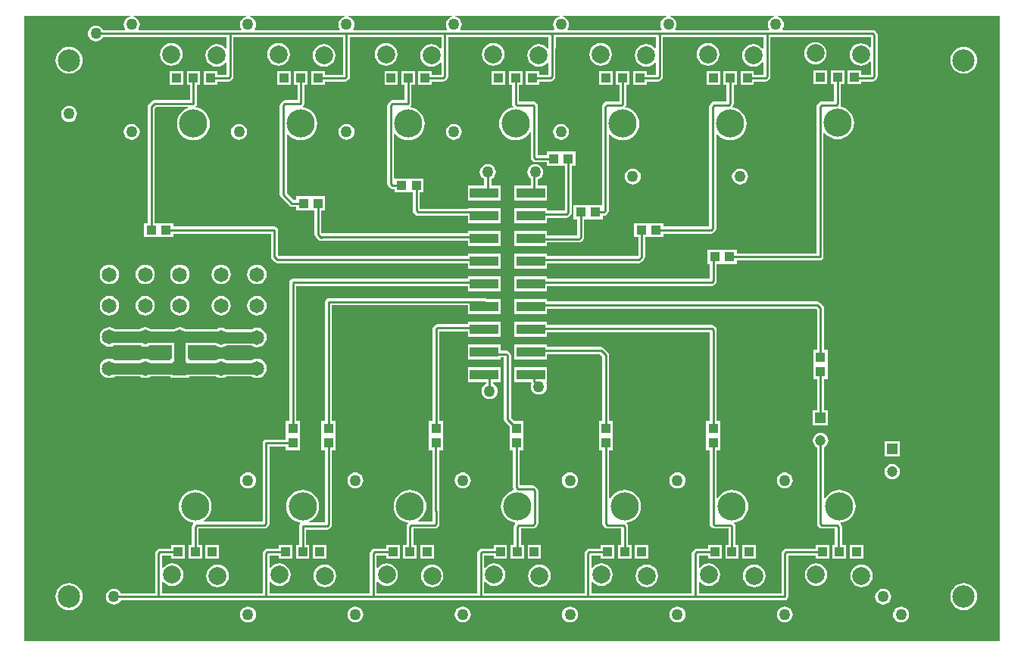
<source format=gtl>
G04*
G04 #@! TF.GenerationSoftware,Altium Limited,Altium Designer,20.2.6 (244)*
G04*
G04 Layer_Physical_Order=1*
G04 Layer_Color=255*
%FSLAX25Y25*%
%MOIN*%
G70*
G04*
G04 #@! TF.SameCoordinates,8424CAA1-D01E-41BF-9092-1BA52A19D79E*
G04*
G04*
G04 #@! TF.FilePolarity,Positive*
G04*
G01*
G75*
%ADD12C,0.01000*%
%ADD13R,0.04182X0.04469*%
%ADD14R,0.12500X0.04488*%
%ADD15R,0.04469X0.04182*%
%ADD25C,0.05000*%
%ADD26C,0.06496*%
%ADD27R,0.06496X0.06496*%
%ADD28R,0.04724X0.04724*%
%ADD29C,0.04724*%
%ADD30C,0.07874*%
%ADD31R,0.03937X0.03937*%
%ADD32C,0.12402*%
%ADD33C,0.05000*%
%ADD34C,0.09843*%
G36*
X448111Y393201D02*
X447905Y393174D01*
X447054Y392821D01*
X446323Y392260D01*
X445762Y391529D01*
X445409Y390677D01*
X445289Y389764D01*
X445409Y388850D01*
X445762Y387999D01*
X445959Y387742D01*
X445738Y387293D01*
X442059D01*
X441742Y387356D01*
X422431D01*
X422115Y387293D01*
X404656D01*
X404435Y387742D01*
X404632Y387999D01*
X404985Y388850D01*
X405105Y389764D01*
X404985Y390677D01*
X404632Y391529D01*
X404071Y392260D01*
X403340Y392821D01*
X402489Y393174D01*
X402283Y393201D01*
X402315Y393701D01*
X448078D01*
X448111Y393201D01*
D02*
G37*
G36*
X400867D02*
X400661Y393174D01*
X399810Y392821D01*
X399079Y392260D01*
X398518Y391529D01*
X398165Y390677D01*
X398045Y389764D01*
X398165Y388850D01*
X398518Y387999D01*
X398667Y387805D01*
X398445Y387356D01*
X374894D01*
X374578Y387293D01*
X357412D01*
X357191Y387742D01*
X357388Y387999D01*
X357741Y388850D01*
X357861Y389764D01*
X357741Y390677D01*
X357388Y391529D01*
X356827Y392260D01*
X356096Y392821D01*
X355244Y393174D01*
X355038Y393201D01*
X355071Y393701D01*
X400834D01*
X400867Y393201D01*
D02*
G37*
G36*
X353623D02*
X353417Y393174D01*
X352566Y392821D01*
X351835Y392260D01*
X351273Y391529D01*
X350921Y390677D01*
X350800Y389764D01*
X350921Y388850D01*
X351273Y387999D01*
X351422Y387805D01*
X351201Y387356D01*
X327650D01*
X327334Y387293D01*
X310168D01*
X309947Y387742D01*
X310144Y387999D01*
X310496Y388850D01*
X310617Y389764D01*
X310496Y390677D01*
X310144Y391529D01*
X309583Y392260D01*
X308852Y392821D01*
X308000Y393174D01*
X307794Y393201D01*
X307827Y393701D01*
X353590D01*
X353623Y393201D01*
D02*
G37*
G36*
X306379D02*
X306173Y393174D01*
X305322Y392821D01*
X304590Y392260D01*
X304029Y391529D01*
X303677Y390677D01*
X303556Y389764D01*
X303677Y388850D01*
X304029Y387999D01*
X304178Y387805D01*
X303957Y387356D01*
X281528D01*
X281211Y387293D01*
X262924D01*
X262702Y387742D01*
X262900Y387999D01*
X263252Y388850D01*
X263373Y389764D01*
X263252Y390677D01*
X262900Y391529D01*
X262339Y392260D01*
X261608Y392821D01*
X260756Y393174D01*
X260550Y393201D01*
X260583Y393701D01*
X306346D01*
X306379Y393201D01*
D02*
G37*
G36*
X259135D02*
X258929Y393174D01*
X258077Y392821D01*
X257346Y392260D01*
X256785Y391529D01*
X256433Y390677D01*
X256312Y389764D01*
X256433Y388850D01*
X256785Y387999D01*
X256982Y387742D01*
X256761Y387293D01*
X219617D01*
X219395Y387742D01*
X219593Y387999D01*
X219945Y388850D01*
X220066Y389764D01*
X219945Y390677D01*
X219593Y391529D01*
X219032Y392260D01*
X218301Y392821D01*
X217449Y393174D01*
X217243Y393201D01*
X217276Y393701D01*
X259102D01*
X259135Y393201D01*
D02*
G37*
G36*
X215828D02*
X215622Y393174D01*
X214770Y392821D01*
X214039Y392260D01*
X213478Y391529D01*
X213125Y390677D01*
X213005Y389764D01*
X213125Y388850D01*
X213478Y387999D01*
X213627Y387805D01*
X213406Y387356D01*
X183994D01*
X183678Y387293D01*
X168436D01*
X168214Y387742D01*
X168412Y387999D01*
X168764Y388850D01*
X168885Y389764D01*
X168764Y390677D01*
X168412Y391529D01*
X167851Y392260D01*
X167119Y392821D01*
X166268Y393174D01*
X166062Y393201D01*
X166095Y393701D01*
X215795D01*
X215828Y393201D01*
D02*
G37*
G36*
X547244Y118110D02*
X118110D01*
Y393701D01*
X164614D01*
X164646Y393201D01*
X164441Y393174D01*
X163589Y392821D01*
X162858Y392260D01*
X162297Y391529D01*
X161944Y390677D01*
X161824Y389764D01*
X161944Y388850D01*
X162297Y387999D01*
X162494Y387742D01*
X162273Y387293D01*
X159518D01*
X159201Y387356D01*
X152761D01*
X152664Y387592D01*
X152102Y388323D01*
X151371Y388884D01*
X150520Y389237D01*
X149606Y389357D01*
X148693Y389237D01*
X147841Y388884D01*
X147110Y388323D01*
X146549Y387592D01*
X146196Y386740D01*
X146076Y385827D01*
X146196Y384913D01*
X146549Y384062D01*
X147110Y383330D01*
X147841Y382769D01*
X148693Y382417D01*
X149606Y382297D01*
X150520Y382417D01*
X151371Y382769D01*
X152102Y383330D01*
X152664Y384062D01*
X152761Y384297D01*
X158948D01*
X159264Y384234D01*
X183931D01*
X184248Y384297D01*
X207132D01*
Y379370D01*
X206632Y379200D01*
X206277Y379663D01*
X205246Y380454D01*
X204045Y380952D01*
X202756Y381121D01*
X201467Y380952D01*
X200266Y380454D01*
X199235Y379663D01*
X198443Y378631D01*
X197946Y377431D01*
X197776Y376142D01*
X197946Y374853D01*
X198443Y373652D01*
X199235Y372621D01*
X200266Y371829D01*
X201467Y371332D01*
X202756Y371162D01*
X204045Y371332D01*
X205246Y371829D01*
X206277Y372621D01*
X206632Y373083D01*
X207132Y372914D01*
Y367671D01*
X202969D01*
Y369110D01*
X197031D01*
Y363173D01*
X202969D01*
Y364612D01*
X208076D01*
X208661Y364729D01*
X209157Y365060D01*
X209743Y365646D01*
X210074Y366142D01*
X210191Y366727D01*
Y384297D01*
X214562D01*
X214879Y384234D01*
X258313D01*
Y367671D01*
X250213D01*
Y369110D01*
X244276D01*
Y363173D01*
X250213D01*
Y364612D01*
X259257D01*
X259842Y364729D01*
X260338Y365060D01*
X260924Y365646D01*
X261256Y366142D01*
X261372Y366727D01*
Y384234D01*
X281465D01*
X281781Y384297D01*
X301620D01*
Y379926D01*
X301557Y379610D01*
Y379452D01*
X301057Y379282D01*
X300765Y379663D01*
X299734Y380454D01*
X298533Y380952D01*
X297244Y381121D01*
X295955Y380952D01*
X294754Y380454D01*
X293723Y379663D01*
X292932Y378631D01*
X292434Y377431D01*
X292265Y376142D01*
X292434Y374853D01*
X292932Y373652D01*
X293723Y372621D01*
X294754Y371829D01*
X295955Y371332D01*
X297244Y371162D01*
X298533Y371332D01*
X299734Y371829D01*
X300765Y372621D01*
X301057Y373001D01*
X301557Y372831D01*
Y367671D01*
X297457D01*
Y369110D01*
X291520D01*
Y363173D01*
X297457D01*
Y364612D01*
X302501D01*
X303086Y364729D01*
X303582Y365060D01*
X304168Y365646D01*
X304500Y366142D01*
X304616Y366727D01*
Y379356D01*
X304679Y379673D01*
Y384112D01*
X305179Y384284D01*
X305430Y384234D01*
X327587D01*
X327904Y384297D01*
X348864D01*
Y379926D01*
X348801Y379610D01*
Y379452D01*
X348301Y379282D01*
X348009Y379663D01*
X346978Y380454D01*
X345777Y380952D01*
X344488Y381121D01*
X343199Y380952D01*
X341998Y380454D01*
X340967Y379663D01*
X340176Y378631D01*
X339678Y377431D01*
X339509Y376142D01*
X339678Y374853D01*
X340176Y373652D01*
X340967Y372621D01*
X341998Y371829D01*
X343199Y371332D01*
X344488Y371162D01*
X345777Y371332D01*
X346978Y371829D01*
X348009Y372621D01*
X348301Y373001D01*
X348801Y372831D01*
Y367671D01*
X344701D01*
Y369110D01*
X338764D01*
Y363173D01*
X344701D01*
Y364612D01*
X349745D01*
X350330Y364729D01*
X350826Y365060D01*
X351412Y365646D01*
X351744Y366142D01*
X351860Y366727D01*
Y379356D01*
X351923Y379673D01*
Y384112D01*
X352423Y384284D01*
X352674Y384234D01*
X374831D01*
X375148Y384297D01*
X396108D01*
Y379926D01*
X396045Y379610D01*
Y379452D01*
X395545Y379282D01*
X395253Y379663D01*
X394222Y380454D01*
X393021Y380952D01*
X391732Y381121D01*
X390443Y380952D01*
X389243Y380454D01*
X388211Y379663D01*
X387420Y378631D01*
X386922Y377431D01*
X386753Y376142D01*
X386922Y374853D01*
X387420Y373652D01*
X388211Y372621D01*
X389243Y371829D01*
X390443Y371332D01*
X391732Y371162D01*
X393021Y371332D01*
X394222Y371829D01*
X395253Y372621D01*
X395545Y373001D01*
X396045Y372831D01*
Y367671D01*
X391945D01*
Y369110D01*
X386008D01*
Y363173D01*
X391945D01*
Y364612D01*
X396989D01*
X397574Y364729D01*
X398070Y365060D01*
X398656Y365646D01*
X398988Y366142D01*
X399104Y366727D01*
Y379356D01*
X399167Y379673D01*
Y384112D01*
X399667Y384284D01*
X399918Y384234D01*
X422368D01*
X422685Y384297D01*
X441488D01*
X441805Y384234D01*
X443353D01*
Y379370D01*
X442852Y379200D01*
X442497Y379663D01*
X441466Y380454D01*
X440265Y380952D01*
X438976Y381121D01*
X437688Y380952D01*
X436487Y380454D01*
X435455Y379663D01*
X434664Y378631D01*
X434166Y377431D01*
X433997Y376142D01*
X434166Y374853D01*
X434664Y373652D01*
X435455Y372621D01*
X436487Y371829D01*
X437688Y371332D01*
X438976Y371162D01*
X440265Y371332D01*
X441466Y371829D01*
X442497Y372621D01*
X442852Y373083D01*
X443353Y372914D01*
Y367671D01*
X439189D01*
Y369110D01*
X433252D01*
Y363173D01*
X439189D01*
Y364612D01*
X444296D01*
X444881Y364729D01*
X445377Y365060D01*
X445963Y365646D01*
X446295Y366142D01*
X446411Y366727D01*
Y384234D01*
X490597D01*
Y379764D01*
X490097Y379594D01*
X489742Y380057D01*
X488710Y380848D01*
X487509Y381345D01*
X486221Y381515D01*
X484932Y381345D01*
X483731Y380848D01*
X482699Y380057D01*
X481908Y379025D01*
X481411Y377824D01*
X481241Y376535D01*
X481411Y375247D01*
X481908Y374046D01*
X482699Y373014D01*
X483731Y372223D01*
X484932Y371726D01*
X486221Y371556D01*
X487509Y371726D01*
X488710Y372223D01*
X489742Y373014D01*
X490097Y373477D01*
X490597Y373307D01*
Y367671D01*
X486433D01*
Y369504D01*
X480496D01*
Y363567D01*
X486433D01*
Y364612D01*
X491540D01*
X492126Y364729D01*
X492622Y365060D01*
X493207Y365646D01*
X493539Y366142D01*
X493655Y366727D01*
Y385178D01*
X493539Y385763D01*
X493207Y386259D01*
X492622Y386845D01*
X492126Y387177D01*
X491540Y387293D01*
X451900D01*
X451679Y387742D01*
X451876Y387999D01*
X452229Y388850D01*
X452349Y389764D01*
X452229Y390677D01*
X451876Y391529D01*
X451315Y392260D01*
X450584Y392821D01*
X449733Y393174D01*
X449527Y393201D01*
X449559Y393701D01*
X547244D01*
Y118110D01*
D02*
G37*
%LPC*%
G36*
X466221Y382047D02*
X464932Y381877D01*
X463731Y381379D01*
X462699Y380588D01*
X461908Y379557D01*
X461411Y378356D01*
X461241Y377067D01*
X461411Y375778D01*
X461908Y374577D01*
X462699Y373546D01*
X463731Y372755D01*
X464932Y372257D01*
X466221Y372087D01*
X467509Y372257D01*
X468710Y372755D01*
X469742Y373546D01*
X470533Y374577D01*
X471030Y375778D01*
X471200Y377067D01*
X471030Y378356D01*
X470533Y379557D01*
X469742Y380588D01*
X468710Y381379D01*
X467509Y381877D01*
X466221Y382047D01*
D02*
G37*
G36*
X418976Y381653D02*
X417688Y381483D01*
X416487Y380986D01*
X415455Y380194D01*
X414664Y379163D01*
X414166Y377962D01*
X413997Y376673D01*
X414166Y375384D01*
X414664Y374183D01*
X415455Y373152D01*
X416487Y372361D01*
X417688Y371863D01*
X418976Y371694D01*
X420265Y371863D01*
X421466Y372361D01*
X422498Y373152D01*
X423289Y374183D01*
X423786Y375384D01*
X423956Y376673D01*
X423786Y377962D01*
X423289Y379163D01*
X422498Y380194D01*
X421466Y380986D01*
X420265Y381483D01*
X418976Y381653D01*
D02*
G37*
G36*
X371732D02*
X370444Y381483D01*
X369243Y380986D01*
X368211Y380194D01*
X367420Y379163D01*
X366922Y377962D01*
X366753Y376673D01*
X366922Y375384D01*
X367420Y374183D01*
X368211Y373152D01*
X369243Y372361D01*
X370444Y371863D01*
X371732Y371694D01*
X373021Y371863D01*
X374222Y372361D01*
X375253Y373152D01*
X376045Y374183D01*
X376542Y375384D01*
X376712Y376673D01*
X376542Y377962D01*
X376045Y379163D01*
X375253Y380194D01*
X374222Y380986D01*
X373021Y381483D01*
X371732Y381653D01*
D02*
G37*
G36*
X324488D02*
X323199Y381483D01*
X321998Y380986D01*
X320967Y380194D01*
X320176Y379163D01*
X319678Y377962D01*
X319509Y376673D01*
X319678Y375384D01*
X320176Y374183D01*
X320967Y373152D01*
X321998Y372361D01*
X323199Y371863D01*
X324488Y371694D01*
X325777Y371863D01*
X326978Y372361D01*
X328009Y373152D01*
X328801Y374183D01*
X329298Y375384D01*
X329468Y376673D01*
X329298Y377962D01*
X328801Y379163D01*
X328009Y380194D01*
X326978Y380986D01*
X325777Y381483D01*
X324488Y381653D01*
D02*
G37*
G36*
X277244D02*
X275955Y381483D01*
X274754Y380986D01*
X273723Y380194D01*
X272932Y379163D01*
X272434Y377962D01*
X272265Y376673D01*
X272434Y375384D01*
X272932Y374183D01*
X273723Y373152D01*
X274754Y372361D01*
X275955Y371863D01*
X277244Y371694D01*
X278533Y371863D01*
X279734Y372361D01*
X280765Y373152D01*
X281557Y374183D01*
X282054Y375384D01*
X282224Y376673D01*
X282054Y377962D01*
X281557Y379163D01*
X280765Y380194D01*
X279734Y380986D01*
X278533Y381483D01*
X277244Y381653D01*
D02*
G37*
G36*
X230000D02*
X228711Y381483D01*
X227510Y380986D01*
X226479Y380194D01*
X225688Y379163D01*
X225190Y377962D01*
X225020Y376673D01*
X225190Y375384D01*
X225688Y374183D01*
X226479Y373152D01*
X227510Y372361D01*
X228711Y371863D01*
X230000Y371694D01*
X231289Y371863D01*
X232490Y372361D01*
X233521Y373152D01*
X234313Y374183D01*
X234810Y375384D01*
X234980Y376673D01*
X234810Y377962D01*
X234313Y379163D01*
X233521Y380194D01*
X232490Y380986D01*
X231289Y381483D01*
X230000Y381653D01*
D02*
G37*
G36*
X182756D02*
X181467Y381483D01*
X180266Y380986D01*
X179235Y380194D01*
X178443Y379163D01*
X177946Y377962D01*
X177776Y376673D01*
X177946Y375384D01*
X178443Y374183D01*
X179235Y373152D01*
X180266Y372361D01*
X181467Y371863D01*
X182756Y371694D01*
X184045Y371863D01*
X185246Y372361D01*
X186277Y373152D01*
X187068Y374183D01*
X187566Y375384D01*
X187735Y376673D01*
X187566Y377962D01*
X187068Y379163D01*
X186277Y380194D01*
X185246Y380986D01*
X184045Y381483D01*
X182756Y381653D01*
D02*
G37*
G36*
X250000Y381121D02*
X248711Y380952D01*
X247510Y380454D01*
X246479Y379663D01*
X245688Y378631D01*
X245190Y377431D01*
X245020Y376142D01*
X245190Y374853D01*
X245688Y373652D01*
X246479Y372621D01*
X247510Y371829D01*
X248711Y371332D01*
X250000Y371162D01*
X251289Y371332D01*
X252490Y371829D01*
X253521Y372621D01*
X254312Y373652D01*
X254810Y374853D01*
X254980Y376142D01*
X254810Y377431D01*
X254312Y378631D01*
X253521Y379663D01*
X252490Y380454D01*
X251289Y380952D01*
X250000Y381121D01*
D02*
G37*
G36*
X531496Y379966D02*
X530335Y379851D01*
X529219Y379513D01*
X528191Y378963D01*
X527289Y378223D01*
X526549Y377321D01*
X525999Y376293D01*
X525661Y375177D01*
X525546Y374016D01*
X525661Y372855D01*
X525999Y371739D01*
X526549Y370710D01*
X527289Y369809D01*
X528191Y369069D01*
X529219Y368519D01*
X530335Y368180D01*
X531496Y368066D01*
X532657Y368180D01*
X533773Y368519D01*
X534802Y369069D01*
X535703Y369809D01*
X536443Y370710D01*
X536993Y371739D01*
X537332Y372855D01*
X537446Y374016D01*
X537332Y375177D01*
X536993Y376293D01*
X536443Y377321D01*
X535703Y378223D01*
X534802Y378963D01*
X533773Y379513D01*
X532657Y379851D01*
X531496Y379966D01*
D02*
G37*
G36*
X137795D02*
X136635Y379851D01*
X135518Y379513D01*
X134490Y378963D01*
X133588Y378223D01*
X132848Y377321D01*
X132298Y376293D01*
X131960Y375177D01*
X131845Y374016D01*
X131960Y372855D01*
X132298Y371739D01*
X132848Y370710D01*
X133588Y369809D01*
X134490Y369069D01*
X135518Y368519D01*
X136635Y368180D01*
X137795Y368066D01*
X138956Y368180D01*
X140072Y368519D01*
X141101Y369069D01*
X142002Y369809D01*
X142743Y370710D01*
X143292Y371739D01*
X143631Y372855D01*
X143745Y374016D01*
X143631Y375177D01*
X143292Y376293D01*
X142743Y377321D01*
X142002Y378223D01*
X141101Y378963D01*
X140072Y379513D01*
X138956Y379851D01*
X137795Y379966D01*
D02*
G37*
G36*
X471472Y369504D02*
X465535D01*
Y363567D01*
X471472D01*
Y369504D01*
D02*
G37*
G36*
X424228Y369110D02*
X418291D01*
Y363173D01*
X424228D01*
Y369110D01*
D02*
G37*
G36*
X376984D02*
X371047D01*
Y363173D01*
X376984D01*
Y369110D01*
D02*
G37*
G36*
X329740D02*
X323803D01*
Y363173D01*
X329740D01*
Y369110D01*
D02*
G37*
G36*
X282496D02*
X276559D01*
Y363173D01*
X282496D01*
Y369110D01*
D02*
G37*
G36*
X235252D02*
X229315D01*
Y363173D01*
X235252D01*
Y369110D01*
D02*
G37*
G36*
X188008D02*
X182071D01*
Y363173D01*
X188008D01*
Y369110D01*
D02*
G37*
G36*
X137795Y353924D02*
X136882Y353804D01*
X136030Y353451D01*
X135299Y352890D01*
X134738Y352159D01*
X134385Y351307D01*
X134265Y350394D01*
X134385Y349480D01*
X134738Y348629D01*
X135299Y347898D01*
X136030Y347337D01*
X136882Y346984D01*
X137795Y346864D01*
X138709Y346984D01*
X139560Y347337D01*
X140292Y347898D01*
X140852Y348629D01*
X141205Y349480D01*
X141325Y350394D01*
X141205Y351307D01*
X140852Y352159D01*
X140292Y352890D01*
X139560Y353451D01*
X138709Y353804D01*
X137795Y353924D01*
D02*
G37*
G36*
X478953Y369504D02*
X473016D01*
Y363567D01*
X474455D01*
Y355860D01*
X469090D01*
X468504Y355744D01*
X468008Y355412D01*
X467202Y354606D01*
X466870Y354110D01*
X466754Y353524D01*
Y288931D01*
X431641D01*
Y290492D01*
X418752D01*
Y284311D01*
X419686D01*
Y277750D01*
X348205D01*
Y278835D01*
X333705D01*
Y272346D01*
X348205D01*
Y274691D01*
X420630D01*
X421215Y274808D01*
X421711Y275139D01*
X422297Y275725D01*
X422629Y276221D01*
X422745Y276806D01*
Y284311D01*
X431641D01*
Y285872D01*
X468284D01*
X468869Y285989D01*
X469365Y286320D01*
X469696Y286816D01*
X469813Y287402D01*
Y341838D01*
X470313Y342017D01*
X470868Y341340D01*
X471964Y340441D01*
X473215Y339772D01*
X474573Y339360D01*
X475984Y339221D01*
X477396Y339360D01*
X478753Y339772D01*
X480004Y340441D01*
X481101Y341340D01*
X482000Y342437D01*
X482669Y343688D01*
X483081Y345045D01*
X483220Y346457D01*
X483081Y347868D01*
X482669Y349226D01*
X482000Y350477D01*
X481101Y351573D01*
X480004Y352473D01*
X478753Y353141D01*
X477451Y353537D01*
X477342Y353716D01*
X477224Y354073D01*
X477397Y354331D01*
X477514Y354917D01*
Y363567D01*
X478953D01*
Y369504D01*
D02*
G37*
G36*
X354331Y346050D02*
X353417Y345930D01*
X352566Y345577D01*
X351835Y345016D01*
X351273Y344285D01*
X350921Y343433D01*
X350800Y342520D01*
X350921Y341606D01*
X351273Y340755D01*
X351835Y340023D01*
X352566Y339462D01*
X353417Y339110D01*
X354331Y338989D01*
X355244Y339110D01*
X356096Y339462D01*
X356827Y340023D01*
X357388Y340755D01*
X357741Y341606D01*
X357861Y342520D01*
X357741Y343433D01*
X357388Y344285D01*
X356827Y345016D01*
X356096Y345577D01*
X355244Y345930D01*
X354331Y346050D01*
D02*
G37*
G36*
X307087D02*
X306173Y345930D01*
X305322Y345577D01*
X304590Y345016D01*
X304029Y344285D01*
X303677Y343433D01*
X303556Y342520D01*
X303677Y341606D01*
X304029Y340755D01*
X304590Y340023D01*
X305322Y339462D01*
X306173Y339110D01*
X307087Y338989D01*
X308000Y339110D01*
X308852Y339462D01*
X309583Y340023D01*
X310144Y340755D01*
X310496Y341606D01*
X310617Y342520D01*
X310496Y343433D01*
X310144Y344285D01*
X309583Y345016D01*
X308852Y345577D01*
X308000Y345930D01*
X307087Y346050D01*
D02*
G37*
G36*
X259842D02*
X258929Y345930D01*
X258077Y345577D01*
X257346Y345016D01*
X256785Y344285D01*
X256433Y343433D01*
X256312Y342520D01*
X256433Y341606D01*
X256785Y340755D01*
X257346Y340023D01*
X258077Y339462D01*
X258929Y339110D01*
X259842Y338989D01*
X260756Y339110D01*
X261608Y339462D01*
X262339Y340023D01*
X262900Y340755D01*
X263252Y341606D01*
X263373Y342520D01*
X263252Y343433D01*
X262900Y344285D01*
X262339Y345016D01*
X261608Y345577D01*
X260756Y345930D01*
X259842Y346050D01*
D02*
G37*
G36*
X212598D02*
X211685Y345930D01*
X210833Y345577D01*
X210102Y345016D01*
X209541Y344285D01*
X209189Y343433D01*
X209068Y342520D01*
X209189Y341606D01*
X209541Y340755D01*
X210102Y340023D01*
X210833Y339462D01*
X211685Y339110D01*
X212598Y338989D01*
X213512Y339110D01*
X214364Y339462D01*
X215095Y340023D01*
X215656Y340755D01*
X216008Y341606D01*
X216129Y342520D01*
X216008Y343433D01*
X215656Y344285D01*
X215095Y345016D01*
X214364Y345577D01*
X213512Y345930D01*
X212598Y346050D01*
D02*
G37*
G36*
X165354D02*
X164441Y345930D01*
X163589Y345577D01*
X162858Y345016D01*
X162297Y344285D01*
X161944Y343433D01*
X161824Y342520D01*
X161944Y341606D01*
X162297Y340755D01*
X162858Y340023D01*
X163589Y339462D01*
X164441Y339110D01*
X165354Y338989D01*
X166268Y339110D01*
X167119Y339462D01*
X167851Y340023D01*
X168412Y340755D01*
X168764Y341606D01*
X168885Y342520D01*
X168764Y343433D01*
X168412Y344285D01*
X167851Y345016D01*
X167119Y345577D01*
X166268Y345930D01*
X165354Y346050D01*
D02*
G37*
G36*
X431709Y369110D02*
X425772D01*
Y363173D01*
X427211D01*
Y355860D01*
X421846D01*
X421260Y355744D01*
X420764Y355412D01*
X419958Y354606D01*
X419626Y354110D01*
X419510Y353524D01*
Y300742D01*
X399418D01*
Y302303D01*
X386529D01*
Y296122D01*
X388234D01*
Y288035D01*
X387949Y287750D01*
X348205D01*
Y288835D01*
X333705D01*
Y282347D01*
X348205D01*
Y284691D01*
X388583D01*
X389168Y284807D01*
X389664Y285139D01*
X390845Y286320D01*
X391177Y286816D01*
X391293Y287402D01*
Y296122D01*
X399418D01*
Y297683D01*
X420454D01*
X421039Y297800D01*
X421535Y298131D01*
X422121Y298717D01*
X422452Y299213D01*
X422569Y299798D01*
Y341444D01*
X423069Y341623D01*
X423624Y340947D01*
X424720Y340047D01*
X425971Y339378D01*
X427328Y338966D01*
X428740Y338827D01*
X430152Y338966D01*
X431509Y339378D01*
X432760Y340047D01*
X433856Y340947D01*
X434756Y342043D01*
X435425Y343294D01*
X435837Y344651D01*
X435976Y346063D01*
X435837Y347475D01*
X435425Y348832D01*
X434756Y350083D01*
X433856Y351179D01*
X432760Y352079D01*
X431509Y352748D01*
X430152Y353160D01*
X429818Y353192D01*
X429650Y353663D01*
X429822Y353835D01*
X430153Y354331D01*
X430269Y354917D01*
Y363173D01*
X431709D01*
Y369110D01*
D02*
G37*
G36*
X384465D02*
X378528D01*
Y363173D01*
X379967D01*
Y355860D01*
X374602D01*
X374016Y355744D01*
X373520Y355412D01*
X372714Y354606D01*
X372382Y354110D01*
X372266Y353524D01*
Y310177D01*
X359697D01*
Y303996D01*
X361402D01*
Y296805D01*
X348205D01*
Y298835D01*
X333705D01*
Y292347D01*
X348205D01*
Y293746D01*
X362205D01*
X362790Y293863D01*
X363286Y294194D01*
X364013Y294921D01*
X364345Y295417D01*
X364461Y296002D01*
Y303996D01*
X372586D01*
Y305557D01*
X373210D01*
X373795Y305674D01*
X374291Y306005D01*
X374877Y306591D01*
X375208Y307087D01*
X375325Y307672D01*
Y341444D01*
X375825Y341623D01*
X376380Y340947D01*
X377476Y340047D01*
X378727Y339378D01*
X380084Y338966D01*
X381496Y338827D01*
X382908Y338966D01*
X384265Y339378D01*
X385516Y340047D01*
X386612Y340947D01*
X387512Y342043D01*
X388181Y343294D01*
X388593Y344651D01*
X388732Y346063D01*
X388593Y347475D01*
X388181Y348832D01*
X387512Y350083D01*
X386612Y351179D01*
X385516Y352079D01*
X384265Y352748D01*
X382908Y353160D01*
X382574Y353192D01*
X382406Y353663D01*
X382577Y353835D01*
X382909Y354331D01*
X383026Y354917D01*
Y363173D01*
X384465D01*
Y369110D01*
D02*
G37*
G36*
X289976D02*
X284039D01*
Y363173D01*
X285478D01*
Y356446D01*
X280113D01*
X279528Y356329D01*
X279032Y355998D01*
X278226Y355192D01*
X277894Y354696D01*
X277778Y354110D01*
Y319483D01*
X277894Y318898D01*
X278226Y318402D01*
X278811Y317816D01*
X279308Y317485D01*
X279893Y317368D01*
X280957D01*
Y315807D01*
X289082D01*
Y307813D01*
X289199Y307228D01*
X289530Y306732D01*
X290257Y306005D01*
X290753Y305674D01*
X291339Y305557D01*
X313213D01*
Y302346D01*
X327713D01*
Y308835D01*
X313213D01*
Y308616D01*
X292141D01*
Y315807D01*
X293846D01*
Y321989D01*
X280957D01*
X280837Y322439D01*
Y341444D01*
X281336Y341623D01*
X281891Y340947D01*
X282988Y340047D01*
X284239Y339378D01*
X285596Y338966D01*
X287008Y338827D01*
X288420Y338966D01*
X289777Y339378D01*
X291028Y340047D01*
X292124Y340947D01*
X293024Y342043D01*
X293693Y343294D01*
X294105Y344651D01*
X294244Y346063D01*
X294105Y347475D01*
X293693Y348832D01*
X293024Y350083D01*
X292124Y351179D01*
X291028Y352079D01*
X289777Y352748D01*
X288420Y353160D01*
X288035Y353197D01*
X287906Y353713D01*
X288089Y353835D01*
X288421Y354331D01*
X288537Y354917D01*
Y363173D01*
X289976D01*
Y369110D01*
D02*
G37*
G36*
X242732D02*
X236795D01*
Y363173D01*
X238234D01*
Y356446D01*
X232869D01*
X232284Y356329D01*
X231788Y355998D01*
X230981Y355192D01*
X230650Y354696D01*
X230534Y354110D01*
Y314813D01*
X230650Y314227D01*
X230981Y313731D01*
X234771Y309942D01*
X235267Y309611D01*
X235852Y309494D01*
X237650D01*
Y307933D01*
X245775D01*
Y297377D01*
X245892Y296792D01*
X246223Y296296D01*
X247638Y294882D01*
X248134Y294550D01*
X248719Y294434D01*
X249304Y294550D01*
X249515Y294691D01*
X313213D01*
Y292347D01*
X327713D01*
Y298835D01*
X313213D01*
Y297750D01*
X249095D01*
X248834Y298011D01*
Y307933D01*
X250539D01*
Y314114D01*
X237650D01*
Y312553D01*
X236486D01*
X233592Y315446D01*
Y341444D01*
X234092Y341623D01*
X234647Y340947D01*
X235744Y340047D01*
X236995Y339378D01*
X238352Y338966D01*
X239764Y338827D01*
X241175Y338966D01*
X242533Y339378D01*
X243784Y340047D01*
X244880Y340947D01*
X245780Y342043D01*
X246449Y343294D01*
X246860Y344651D01*
X246999Y346063D01*
X246860Y347475D01*
X246449Y348832D01*
X245780Y350083D01*
X244880Y351179D01*
X243784Y352079D01*
X242533Y352748D01*
X241175Y353160D01*
X240791Y353197D01*
X240662Y353713D01*
X240845Y353835D01*
X241177Y354331D01*
X241293Y354917D01*
Y363173D01*
X242732D01*
Y369110D01*
D02*
G37*
G36*
X195488D02*
X189551D01*
Y363173D01*
X190990D01*
Y356446D01*
X175268D01*
X174682Y356329D01*
X174186Y355998D01*
X172874Y354685D01*
X172542Y354189D01*
X172426Y353604D01*
Y302303D01*
X170721D01*
Y296122D01*
X183610D01*
Y297683D01*
X226655D01*
Y287564D01*
X226771Y286979D01*
X227103Y286482D01*
X228446Y285139D01*
X228942Y284807D01*
X229528Y284691D01*
X313213D01*
Y282347D01*
X327713D01*
Y288835D01*
X313213D01*
Y287750D01*
X230161D01*
X229714Y288197D01*
Y299213D01*
X229597Y299798D01*
X229266Y300294D01*
X228769Y300626D01*
X228184Y300742D01*
X183610D01*
Y302303D01*
X175485D01*
Y352970D01*
X175901Y353387D01*
X190136D01*
X190210Y352887D01*
X189751Y352748D01*
X188500Y352079D01*
X187403Y351179D01*
X186504Y350083D01*
X185835Y348832D01*
X185423Y347475D01*
X185284Y346063D01*
X185423Y344651D01*
X185835Y343294D01*
X186504Y342043D01*
X187403Y340947D01*
X188500Y340047D01*
X189751Y339378D01*
X191108Y338966D01*
X192520Y338827D01*
X193931Y338966D01*
X195289Y339378D01*
X196540Y340047D01*
X197636Y340947D01*
X198536Y342043D01*
X199205Y343294D01*
X199616Y344651D01*
X199755Y346063D01*
X199616Y347475D01*
X199205Y348832D01*
X198536Y350083D01*
X197636Y351179D01*
X196540Y352079D01*
X195289Y352748D01*
X193931Y353160D01*
X193547Y353197D01*
X193418Y353713D01*
X193601Y353835D01*
X193933Y354331D01*
X194049Y354917D01*
Y363173D01*
X195488D01*
Y369110D01*
D02*
G37*
G36*
X433071Y326365D02*
X432157Y326245D01*
X431306Y325892D01*
X430575Y325331D01*
X430014Y324600D01*
X429661Y323748D01*
X429541Y322835D01*
X429661Y321921D01*
X430014Y321070D01*
X430575Y320338D01*
X431306Y319777D01*
X432157Y319425D01*
X433071Y319304D01*
X433985Y319425D01*
X434836Y319777D01*
X435567Y320338D01*
X436128Y321070D01*
X436481Y321921D01*
X436601Y322835D01*
X436481Y323748D01*
X436128Y324600D01*
X435567Y325331D01*
X434836Y325892D01*
X433985Y326245D01*
X433071Y326365D01*
D02*
G37*
G36*
X385827D02*
X384913Y326245D01*
X384062Y325892D01*
X383330Y325331D01*
X382769Y324600D01*
X382417Y323748D01*
X382297Y322835D01*
X382417Y321921D01*
X382769Y321070D01*
X383330Y320338D01*
X384062Y319777D01*
X384913Y319425D01*
X385827Y319304D01*
X386740Y319425D01*
X387592Y319777D01*
X388323Y320338D01*
X388884Y321070D01*
X389237Y321921D01*
X389357Y322835D01*
X389237Y323748D01*
X388884Y324600D01*
X388323Y325331D01*
X387592Y325892D01*
X386740Y326245D01*
X385827Y326365D01*
D02*
G37*
G36*
X342957Y328333D02*
X342043Y328213D01*
X341192Y327860D01*
X340460Y327299D01*
X339899Y326568D01*
X339547Y325717D01*
X339427Y324803D01*
X339547Y323889D01*
X339899Y323038D01*
X340460Y322307D01*
X340990Y321900D01*
Y318835D01*
X333705D01*
Y312347D01*
X348205D01*
Y318835D01*
X344049D01*
Y321467D01*
X344722Y321746D01*
X345453Y322307D01*
X346014Y323038D01*
X346367Y323889D01*
X346487Y324803D01*
X346367Y325717D01*
X346014Y326568D01*
X345453Y327299D01*
X344722Y327860D01*
X343870Y328213D01*
X342957Y328333D01*
D02*
G37*
G36*
X322070D02*
X321156Y328213D01*
X320305Y327860D01*
X319574Y327299D01*
X319013Y326568D01*
X318660Y325717D01*
X318540Y324803D01*
X318660Y323889D01*
X319013Y323038D01*
X319574Y322307D01*
X320305Y321746D01*
X320541Y321648D01*
Y318835D01*
X313213D01*
Y312347D01*
X327713D01*
Y318835D01*
X323599D01*
Y321648D01*
X323835Y321746D01*
X324566Y322307D01*
X325127Y323038D01*
X325480Y323889D01*
X325600Y324803D01*
X325480Y325717D01*
X325127Y326568D01*
X324566Y327299D01*
X323835Y327860D01*
X322984Y328213D01*
X322070Y328333D01*
D02*
G37*
G36*
X337221Y369110D02*
X331283D01*
Y363173D01*
X332723D01*
Y354917D01*
X332839Y354331D01*
X333171Y353835D01*
X333342Y353663D01*
X333174Y353192D01*
X332840Y353160D01*
X331483Y352748D01*
X330232Y352079D01*
X329136Y351179D01*
X328236Y350083D01*
X327567Y348832D01*
X327155Y347475D01*
X327016Y346063D01*
X327155Y344651D01*
X327567Y343294D01*
X328236Y342043D01*
X329136Y340947D01*
X330232Y340047D01*
X331483Y339378D01*
X332840Y338966D01*
X334252Y338827D01*
X335664Y338966D01*
X337021Y339378D01*
X338272Y340047D01*
X339368Y340947D01*
X340268Y342043D01*
X340490Y342459D01*
X340990Y342333D01*
Y331294D01*
X341107Y330709D01*
X341438Y330213D01*
X342024Y329627D01*
X342520Y329296D01*
X343106Y329179D01*
X347886D01*
Y327618D01*
X356012D01*
Y307750D01*
X348205D01*
Y308835D01*
X333705D01*
Y302346D01*
X348205D01*
Y304691D01*
X356720D01*
X357305Y304807D01*
X357801Y305139D01*
X358622Y305960D01*
X358954Y306456D01*
X359070Y307042D01*
Y327618D01*
X360775D01*
Y333800D01*
X347886D01*
Y332238D01*
X344049D01*
Y353745D01*
X343933Y354330D01*
X343601Y354826D01*
X343015Y355412D01*
X342519Y355744D01*
X341934Y355860D01*
X335781D01*
Y363173D01*
X337221D01*
Y369110D01*
D02*
G37*
G36*
X327713Y278835D02*
X313213D01*
Y277750D01*
X236221Y277750D01*
X235635Y277633D01*
X235139Y277302D01*
X234807Y276806D01*
X234691Y276220D01*
X234759Y275880D01*
X234691Y275539D01*
Y215106D01*
X233130D01*
Y208637D01*
Y206981D01*
X224410D01*
X223824Y206864D01*
X223328Y206533D01*
X222996Y206036D01*
X222880Y205451D01*
Y170821D01*
X197037D01*
X196911Y171321D01*
X197327Y171543D01*
X198424Y172443D01*
X199323Y173539D01*
X199992Y174790D01*
X200404Y176147D01*
X200543Y177559D01*
X200404Y178971D01*
X199992Y180328D01*
X199323Y181579D01*
X198424Y182675D01*
X197327Y183575D01*
X196076Y184244D01*
X194719Y184656D01*
X193307Y184795D01*
X191895Y184656D01*
X190538Y184244D01*
X189287Y183575D01*
X188191Y182675D01*
X187291Y181579D01*
X186622Y180328D01*
X186211Y178971D01*
X186072Y177559D01*
X186211Y176147D01*
X186622Y174790D01*
X187291Y173539D01*
X188191Y172443D01*
X189287Y171543D01*
X190538Y170874D01*
X191895Y170463D01*
X192229Y170430D01*
X192397Y169959D01*
X192226Y169787D01*
X191894Y169291D01*
X191778Y168705D01*
Y160449D01*
X190339D01*
Y154512D01*
X196276D01*
Y160449D01*
X194836D01*
Y167762D01*
X223824D01*
X224409Y167878D01*
X224905Y168210D01*
X225491Y168796D01*
X225822Y169292D01*
X225939Y169877D01*
Y203922D01*
X233130D01*
Y202217D01*
X239311D01*
Y208637D01*
Y215106D01*
X237750D01*
Y274691D01*
X313213Y274691D01*
Y272346D01*
X327713D01*
Y278835D01*
D02*
G37*
G36*
X186542Y283999D02*
X185433Y283853D01*
X184400Y283425D01*
X183513Y282744D01*
X182832Y281857D01*
X182404Y280823D01*
X182258Y279714D01*
X182404Y278606D01*
X182832Y277572D01*
X183513Y276685D01*
X184400Y276004D01*
X185433Y275576D01*
X186542Y275430D01*
X187651Y275576D01*
X188685Y276004D01*
X189572Y276685D01*
X190253Y277572D01*
X190681Y278606D01*
X190827Y279714D01*
X190681Y280823D01*
X190253Y281857D01*
X189572Y282744D01*
X188685Y283425D01*
X187651Y283853D01*
X186542Y283999D01*
D02*
G37*
G36*
X220472Y283997D02*
X219363Y283851D01*
X218330Y283423D01*
X217443Y282742D01*
X216762Y281855D01*
X216334Y280822D01*
X216188Y279713D01*
X216334Y278604D01*
X216762Y277570D01*
X217443Y276683D01*
X218330Y276002D01*
X219363Y275574D01*
X220472Y275428D01*
X221581Y275574D01*
X222615Y276002D01*
X223502Y276683D01*
X224183Y277570D01*
X224611Y278604D01*
X224757Y279713D01*
X224611Y280822D01*
X224183Y281855D01*
X223502Y282742D01*
X222615Y283423D01*
X221581Y283851D01*
X220472Y283997D01*
D02*
G37*
G36*
X204724D02*
X203615Y283851D01*
X202582Y283423D01*
X201695Y282742D01*
X201014Y281855D01*
X200586Y280822D01*
X200440Y279713D01*
X200586Y278604D01*
X201014Y277570D01*
X201695Y276683D01*
X202582Y276002D01*
X203615Y275574D01*
X204724Y275428D01*
X205833Y275574D01*
X206867Y276002D01*
X207754Y276683D01*
X208435Y277570D01*
X208863Y278604D01*
X209009Y279713D01*
X208863Y280822D01*
X208435Y281855D01*
X207754Y282742D01*
X206867Y283423D01*
X205833Y283851D01*
X204724Y283997D01*
D02*
G37*
G36*
X171260D02*
X170151Y283851D01*
X169117Y283423D01*
X168230Y282742D01*
X167549Y281855D01*
X167121Y280822D01*
X166975Y279713D01*
X167121Y278604D01*
X167549Y277570D01*
X168230Y276683D01*
X169117Y276002D01*
X170151Y275574D01*
X171260Y275428D01*
X172369Y275574D01*
X173402Y276002D01*
X174290Y276683D01*
X174970Y277570D01*
X175399Y278604D01*
X175545Y279713D01*
X175399Y280822D01*
X174970Y281855D01*
X174290Y282742D01*
X173402Y283423D01*
X172369Y283851D01*
X171260Y283997D01*
D02*
G37*
G36*
X155512D02*
X154403Y283851D01*
X153369Y283423D01*
X152482Y282742D01*
X151801Y281855D01*
X151373Y280822D01*
X151227Y279713D01*
X151373Y278604D01*
X151801Y277570D01*
X152482Y276683D01*
X153369Y276002D01*
X154403Y275574D01*
X155512Y275428D01*
X156621Y275574D01*
X157654Y276002D01*
X158542Y276683D01*
X159222Y277570D01*
X159651Y278604D01*
X159797Y279713D01*
X159651Y280822D01*
X159222Y281855D01*
X158542Y282742D01*
X157654Y283423D01*
X156621Y283851D01*
X155512Y283997D01*
D02*
G37*
G36*
X320532Y269246D02*
X251969D01*
X251383Y269129D01*
X250887Y268798D01*
X250555Y268302D01*
X250439Y267717D01*
Y215106D01*
X248878D01*
Y208637D01*
Y202217D01*
X250439D01*
Y179139D01*
X250376Y178822D01*
Y175508D01*
X250439Y175192D01*
Y170427D01*
X243503D01*
X243486Y170468D01*
X243419Y170927D01*
X244571Y171543D01*
X245668Y172443D01*
X246567Y173539D01*
X247236Y174790D01*
X247648Y176147D01*
X247787Y177559D01*
X247648Y178971D01*
X247236Y180328D01*
X246567Y181579D01*
X245668Y182675D01*
X244571Y183575D01*
X243320Y184244D01*
X241963Y184656D01*
X240551Y184795D01*
X239140Y184656D01*
X237782Y184244D01*
X236531Y183575D01*
X235435Y182675D01*
X234535Y181579D01*
X233866Y180328D01*
X233455Y178971D01*
X233316Y177559D01*
X233455Y176147D01*
X233866Y174790D01*
X234535Y173539D01*
X235435Y172443D01*
X236531Y171543D01*
X237782Y170874D01*
X239140Y170463D01*
X239274Y170449D01*
X239388Y170176D01*
X239437Y169931D01*
X239138Y169483D01*
X239022Y168898D01*
Y160449D01*
X237583D01*
Y154512D01*
X243520D01*
Y160449D01*
X242081D01*
Y167368D01*
X251383D01*
X251968Y167485D01*
X252464Y167816D01*
X253050Y168402D01*
X253381Y168898D01*
X253498Y169483D01*
Y175445D01*
X253435Y175762D01*
Y178568D01*
X253498Y178885D01*
Y202217D01*
X255059D01*
Y208637D01*
Y215106D01*
X253498D01*
Y266187D01*
X313213D01*
Y262347D01*
X327713D01*
Y268835D01*
X321558D01*
X321117Y269129D01*
X320532Y269246D01*
D02*
G37*
G36*
X186542Y270220D02*
X185433Y270074D01*
X184400Y269646D01*
X183513Y268965D01*
X182832Y268077D01*
X182404Y267044D01*
X182258Y265935D01*
X182404Y264826D01*
X182832Y263793D01*
X183513Y262905D01*
X184400Y262224D01*
X185433Y261796D01*
X186542Y261650D01*
X187651Y261796D01*
X188685Y262224D01*
X189572Y262905D01*
X190253Y263793D01*
X190681Y264826D01*
X190827Y265935D01*
X190681Y267044D01*
X190253Y268077D01*
X189572Y268965D01*
X188685Y269646D01*
X187651Y270074D01*
X186542Y270220D01*
D02*
G37*
G36*
X220472Y270218D02*
X219363Y270072D01*
X218330Y269644D01*
X217443Y268963D01*
X216762Y268075D01*
X216334Y267042D01*
X216188Y265933D01*
X216334Y264824D01*
X216762Y263791D01*
X217443Y262903D01*
X218330Y262222D01*
X219363Y261794D01*
X220472Y261648D01*
X221581Y261794D01*
X222615Y262222D01*
X223502Y262903D01*
X224183Y263791D01*
X224611Y264824D01*
X224757Y265933D01*
X224611Y267042D01*
X224183Y268075D01*
X223502Y268963D01*
X222615Y269644D01*
X221581Y270072D01*
X220472Y270218D01*
D02*
G37*
G36*
X204724D02*
X203615Y270072D01*
X202582Y269644D01*
X201695Y268963D01*
X201014Y268075D01*
X200586Y267042D01*
X200440Y265933D01*
X200586Y264824D01*
X201014Y263791D01*
X201695Y262903D01*
X202582Y262222D01*
X203615Y261794D01*
X204724Y261648D01*
X205833Y261794D01*
X206867Y262222D01*
X207754Y262903D01*
X208435Y263791D01*
X208863Y264824D01*
X209009Y265933D01*
X208863Y267042D01*
X208435Y268075D01*
X207754Y268963D01*
X206867Y269644D01*
X205833Y270072D01*
X204724Y270218D01*
D02*
G37*
G36*
X171260D02*
X170151Y270072D01*
X169117Y269644D01*
X168230Y268963D01*
X167549Y268075D01*
X167121Y267042D01*
X166975Y265933D01*
X167121Y264824D01*
X167549Y263791D01*
X168230Y262903D01*
X169117Y262222D01*
X170151Y261794D01*
X171260Y261648D01*
X172369Y261794D01*
X173402Y262222D01*
X174290Y262903D01*
X174970Y263791D01*
X175399Y264824D01*
X175545Y265933D01*
X175399Y267042D01*
X174970Y268075D01*
X174290Y268963D01*
X173402Y269644D01*
X172369Y270072D01*
X171260Y270218D01*
D02*
G37*
G36*
X155512D02*
X154403Y270072D01*
X153369Y269644D01*
X152482Y268963D01*
X151801Y268075D01*
X151373Y267042D01*
X151227Y265933D01*
X151373Y264824D01*
X151801Y263791D01*
X152482Y262903D01*
X153369Y262222D01*
X154403Y261794D01*
X155512Y261648D01*
X156621Y261794D01*
X157654Y262222D01*
X158542Y262903D01*
X159222Y263791D01*
X159651Y264824D01*
X159797Y265933D01*
X159651Y267042D01*
X159222Y268075D01*
X158542Y268963D01*
X157654Y269644D01*
X156621Y270072D01*
X155512Y270218D01*
D02*
G37*
G36*
X186542Y256440D02*
X185433Y256294D01*
X184400Y255866D01*
X184163Y255685D01*
X173636D01*
X173402Y255864D01*
X172369Y256292D01*
X171260Y256438D01*
X170151Y256292D01*
X169117Y255864D01*
X168762Y255591D01*
X158010D01*
X157654Y255864D01*
X156621Y256292D01*
X155512Y256438D01*
X154403Y256292D01*
X153369Y255864D01*
X152482Y255183D01*
X151801Y254296D01*
X151373Y253262D01*
X151227Y252153D01*
X151373Y251045D01*
X151801Y250011D01*
X152482Y249124D01*
X153369Y248443D01*
X154403Y248015D01*
X155512Y247869D01*
X156621Y248015D01*
X157654Y248443D01*
X157769Y248531D01*
X169003D01*
X169117Y248443D01*
X170151Y248015D01*
X171260Y247869D01*
X172369Y248015D01*
X173402Y248443D01*
X173596Y248591D01*
X173846Y248624D01*
X183012D01*
Y242624D01*
X182294D01*
Y241904D01*
X173637D01*
X173402Y242085D01*
X172369Y242513D01*
X171260Y242659D01*
X170151Y242513D01*
X169117Y242085D01*
X168882Y241904D01*
X157889D01*
X157654Y242085D01*
X156621Y242513D01*
X155512Y242659D01*
X154403Y242513D01*
X153369Y242085D01*
X152482Y241404D01*
X151801Y240516D01*
X151373Y239483D01*
X151227Y238374D01*
X151373Y237265D01*
X151801Y236232D01*
X152482Y235344D01*
X153369Y234663D01*
X154403Y234235D01*
X155512Y234089D01*
X156621Y234235D01*
X157654Y234663D01*
X157889Y234844D01*
X168882D01*
X169117Y234663D01*
X170151Y234235D01*
X171260Y234089D01*
X172369Y234235D01*
X173402Y234663D01*
X173637Y234844D01*
X182294D01*
Y234128D01*
X190790D01*
Y234846D01*
X202347D01*
X202582Y234665D01*
X203615Y234237D01*
X204724Y234091D01*
X205833Y234237D01*
X206867Y234665D01*
X207101Y234845D01*
X218094D01*
X218330Y234663D01*
X219363Y234235D01*
X220472Y234089D01*
X221581Y234235D01*
X222615Y234663D01*
X223502Y235344D01*
X224183Y236232D01*
X224611Y237265D01*
X224757Y238374D01*
X224611Y239483D01*
X224183Y240516D01*
X223502Y241404D01*
X222615Y242085D01*
X221581Y242513D01*
X220472Y242659D01*
X219363Y242513D01*
X218330Y242085D01*
X218096Y241905D01*
X207103D01*
X206867Y242087D01*
X205833Y242515D01*
X204724Y242661D01*
X203615Y242515D01*
X202582Y242087D01*
X202347Y241906D01*
X190790D01*
Y242624D01*
X190073D01*
Y248532D01*
X202225D01*
X202582Y248258D01*
X203615Y247830D01*
X204724Y247684D01*
X205833Y247830D01*
X206867Y248258D01*
X207102Y248438D01*
X218095D01*
X218330Y248258D01*
X219363Y247830D01*
X220472Y247684D01*
X221581Y247830D01*
X222615Y248258D01*
X223502Y248939D01*
X224183Y249826D01*
X224611Y250859D01*
X224757Y251969D01*
X224611Y253078D01*
X224183Y254111D01*
X223502Y254998D01*
X222615Y255679D01*
X221581Y256107D01*
X220472Y256253D01*
X219363Y256107D01*
X218330Y255679D01*
X218095Y255499D01*
X207102D01*
X206867Y255679D01*
X205833Y256107D01*
X204724Y256253D01*
X203615Y256107D01*
X202582Y255679D01*
X202469Y255592D01*
X189042D01*
X188685Y255866D01*
X187651Y256294D01*
X186542Y256440D01*
D02*
G37*
G36*
X327713Y258835D02*
X313213D01*
Y257750D01*
X299798D01*
X299213Y257633D01*
X298717Y257302D01*
X298131Y256716D01*
X297800Y256220D01*
X297683Y255635D01*
Y215106D01*
X296122D01*
Y208637D01*
Y202217D01*
X297620D01*
Y175508D01*
X297683Y175192D01*
Y170884D01*
X297556D01*
X297239Y170821D01*
X291525D01*
X291400Y171321D01*
X291815Y171543D01*
X292912Y172443D01*
X293811Y173539D01*
X294480Y174790D01*
X294892Y176147D01*
X295031Y177559D01*
X294892Y178971D01*
X294480Y180328D01*
X293811Y181579D01*
X292912Y182675D01*
X291815Y183575D01*
X290564Y184244D01*
X289207Y184656D01*
X287795Y184795D01*
X286384Y184656D01*
X285026Y184244D01*
X283775Y183575D01*
X282679Y182675D01*
X281779Y181579D01*
X281110Y180328D01*
X280699Y178971D01*
X280560Y177559D01*
X280699Y176147D01*
X281110Y174790D01*
X281779Y173539D01*
X282679Y172443D01*
X283775Y171543D01*
X285026Y170874D01*
X286384Y170463D01*
X286717Y170430D01*
X286886Y169959D01*
X286714Y169787D01*
X286382Y169291D01*
X286266Y168705D01*
Y160449D01*
X284827D01*
Y154512D01*
X290764D01*
Y160449D01*
X289325D01*
Y167762D01*
X297493D01*
X297809Y167825D01*
X298690D01*
X299275Y167941D01*
X299771Y168273D01*
X300294Y168796D01*
X300626Y169292D01*
X300742Y169877D01*
Y175445D01*
X300679Y175762D01*
Y202217D01*
X302303D01*
Y208637D01*
Y215106D01*
X300742D01*
Y254691D01*
X313213D01*
Y252346D01*
X327713D01*
Y258835D01*
D02*
G37*
G36*
X348205Y238835D02*
X333705D01*
Y232347D01*
X341058D01*
X341107Y232102D01*
X341351Y231736D01*
X341116Y231167D01*
X340995Y230254D01*
X341116Y229340D01*
X341468Y228488D01*
X342029Y227757D01*
X342760Y227196D01*
X343612Y226844D01*
X344526Y226723D01*
X345439Y226844D01*
X346291Y227196D01*
X347022Y227757D01*
X347583Y228488D01*
X347936Y229340D01*
X348056Y230254D01*
X347936Y231167D01*
X347654Y231846D01*
X347908Y232347D01*
X348205D01*
Y238835D01*
D02*
G37*
G36*
X327713D02*
X313213D01*
Y232347D01*
X321305D01*
Y231501D01*
X321070Y231404D01*
X320338Y230843D01*
X319777Y230112D01*
X319425Y229260D01*
X319304Y228346D01*
X319425Y227433D01*
X319777Y226581D01*
X320338Y225850D01*
X321070Y225289D01*
X321921Y224937D01*
X322835Y224816D01*
X323748Y224937D01*
X324600Y225289D01*
X325331Y225850D01*
X325892Y226581D01*
X326245Y227433D01*
X326365Y228346D01*
X326245Y229260D01*
X325892Y230112D01*
X325331Y230843D01*
X324600Y231404D01*
X324364Y231501D01*
Y232347D01*
X327713D01*
Y238835D01*
D02*
G37*
G36*
X348205Y268835D02*
X333705D01*
Y262347D01*
X348205D01*
Y264691D01*
X466538D01*
X466974Y264255D01*
Y246602D01*
X465413D01*
Y240133D01*
Y233713D01*
X466974D01*
Y219898D01*
X465142D01*
Y213173D01*
X471866D01*
Y219898D01*
X470033D01*
Y233713D01*
X471595D01*
Y240133D01*
Y246602D01*
X470033D01*
Y264888D01*
X469917Y265473D01*
X469585Y265970D01*
X468171Y267384D01*
X467675Y267715D01*
X467090Y267832D01*
X466678Y267750D01*
X348205D01*
Y268835D01*
D02*
G37*
G36*
X503362Y206276D02*
X496638D01*
Y199551D01*
X503362D01*
Y206276D01*
D02*
G37*
G36*
X500000Y196305D02*
X499122Y196189D01*
X498304Y195850D01*
X497602Y195311D01*
X497063Y194609D01*
X496724Y193791D01*
X496609Y192913D01*
X496724Y192036D01*
X497063Y191218D01*
X497602Y190515D01*
X498304Y189977D01*
X499122Y189638D01*
X500000Y189522D01*
X500878Y189638D01*
X501696Y189977D01*
X502398Y190515D01*
X502937Y191218D01*
X503276Y192036D01*
X503391Y192913D01*
X503276Y193791D01*
X502937Y194609D01*
X502398Y195311D01*
X501696Y195850D01*
X500878Y196189D01*
X500000Y196305D01*
D02*
G37*
G36*
X452756Y192507D02*
X451842Y192386D01*
X450991Y192034D01*
X450260Y191473D01*
X449699Y190742D01*
X449346Y189890D01*
X449226Y188976D01*
X449346Y188063D01*
X449699Y187211D01*
X450260Y186480D01*
X450991Y185919D01*
X451842Y185566D01*
X452756Y185446D01*
X453670Y185566D01*
X454521Y185919D01*
X455252Y186480D01*
X455813Y187211D01*
X456166Y188063D01*
X456286Y188976D01*
X456166Y189890D01*
X455813Y190742D01*
X455252Y191473D01*
X454521Y192034D01*
X453670Y192386D01*
X452756Y192507D01*
D02*
G37*
G36*
X405512D02*
X404598Y192386D01*
X403747Y192034D01*
X403016Y191473D01*
X402455Y190742D01*
X402102Y189890D01*
X401982Y188976D01*
X402102Y188063D01*
X402455Y187211D01*
X403016Y186480D01*
X403747Y185919D01*
X404598Y185566D01*
X405512Y185446D01*
X406426Y185566D01*
X407277Y185919D01*
X408008Y186480D01*
X408569Y187211D01*
X408922Y188063D01*
X409042Y188976D01*
X408922Y189890D01*
X408569Y190742D01*
X408008Y191473D01*
X407277Y192034D01*
X406426Y192386D01*
X405512Y192507D01*
D02*
G37*
G36*
X358268D02*
X357354Y192386D01*
X356503Y192034D01*
X355771Y191473D01*
X355210Y190742D01*
X354858Y189890D01*
X354737Y188976D01*
X354858Y188063D01*
X355210Y187211D01*
X355771Y186480D01*
X356503Y185919D01*
X357354Y185566D01*
X358268Y185446D01*
X359181Y185566D01*
X360033Y185919D01*
X360764Y186480D01*
X361325Y187211D01*
X361678Y188063D01*
X361798Y188976D01*
X361678Y189890D01*
X361325Y190742D01*
X360764Y191473D01*
X360033Y192034D01*
X359181Y192386D01*
X358268Y192507D01*
D02*
G37*
G36*
X311024D02*
X310110Y192386D01*
X309259Y192034D01*
X308527Y191473D01*
X307966Y190742D01*
X307614Y189890D01*
X307493Y188976D01*
X307614Y188063D01*
X307966Y187211D01*
X308527Y186480D01*
X309259Y185919D01*
X310110Y185566D01*
X311024Y185446D01*
X311937Y185566D01*
X312789Y185919D01*
X313520Y186480D01*
X314081Y187211D01*
X314434Y188063D01*
X314554Y188976D01*
X314434Y189890D01*
X314081Y190742D01*
X313520Y191473D01*
X312789Y192034D01*
X311937Y192386D01*
X311024Y192507D01*
D02*
G37*
G36*
X263779D02*
X262866Y192386D01*
X262014Y192034D01*
X261283Y191473D01*
X260722Y190742D01*
X260370Y189890D01*
X260249Y188976D01*
X260370Y188063D01*
X260722Y187211D01*
X261283Y186480D01*
X262014Y185919D01*
X262866Y185566D01*
X263779Y185446D01*
X264693Y185566D01*
X265545Y185919D01*
X266276Y186480D01*
X266837Y187211D01*
X267189Y188063D01*
X267310Y188976D01*
X267189Y189890D01*
X266837Y190742D01*
X266276Y191473D01*
X265545Y192034D01*
X264693Y192386D01*
X263779Y192507D01*
D02*
G37*
G36*
X216535D02*
X215622Y192386D01*
X214770Y192034D01*
X214039Y191473D01*
X213478Y190742D01*
X213125Y189890D01*
X213005Y188976D01*
X213125Y188063D01*
X213478Y187211D01*
X214039Y186480D01*
X214770Y185919D01*
X215622Y185566D01*
X216535Y185446D01*
X217449Y185566D01*
X218301Y185919D01*
X219032Y186480D01*
X219593Y187211D01*
X219945Y188063D01*
X220066Y188976D01*
X219945Y189890D01*
X219593Y190742D01*
X219032Y191473D01*
X218301Y192034D01*
X217449Y192386D01*
X216535Y192507D01*
D02*
G37*
G36*
X487220Y160449D02*
X481284D01*
Y154512D01*
X487220D01*
Y160449D01*
D02*
G37*
G36*
X468504Y209927D02*
X467626Y209811D01*
X466808Y209472D01*
X466106Y208933D01*
X465567Y208231D01*
X465228Y207413D01*
X465113Y206535D01*
X465228Y205658D01*
X465567Y204840D01*
X466106Y204137D01*
X466808Y203599D01*
X466974Y203530D01*
Y169877D01*
X467091Y169292D01*
X467422Y168796D01*
X468008Y168210D01*
X468504Y167878D01*
X469090Y167762D01*
X474849D01*
Y160449D01*
X473803D01*
Y154512D01*
X479740D01*
Y160449D01*
X477907D01*
Y168705D01*
X477791Y169291D01*
X477459Y169787D01*
X477323Y169923D01*
X477491Y170394D01*
X478183Y170463D01*
X479541Y170874D01*
X480792Y171543D01*
X481888Y172443D01*
X482788Y173539D01*
X483457Y174790D01*
X483868Y176147D01*
X484007Y177559D01*
X483868Y178971D01*
X483457Y180328D01*
X482788Y181579D01*
X481888Y182675D01*
X480792Y183575D01*
X479541Y184244D01*
X478183Y184656D01*
X476772Y184795D01*
X475360Y184656D01*
X474003Y184244D01*
X472752Y183575D01*
X471655Y182675D01*
X470755Y181579D01*
X470533Y181163D01*
X470033Y181289D01*
Y203530D01*
X470199Y203599D01*
X470902Y204137D01*
X471441Y204840D01*
X471780Y205658D01*
X471895Y206535D01*
X471780Y207413D01*
X471441Y208231D01*
X470902Y208933D01*
X470199Y209472D01*
X469382Y209811D01*
X468504Y209927D01*
D02*
G37*
G36*
X439976Y160449D02*
X434039D01*
Y154512D01*
X439976D01*
Y160449D01*
D02*
G37*
G36*
X348205Y258835D02*
X333705D01*
Y252346D01*
X348205D01*
Y254376D01*
X419731D01*
Y215106D01*
X418169D01*
Y208637D01*
Y202217D01*
X419731D01*
Y169877D01*
X419847Y169292D01*
X420178Y168796D01*
X420764Y168210D01*
X421260Y167878D01*
X421846Y167762D01*
X427998D01*
Y160449D01*
X426559D01*
Y154512D01*
X432496D01*
Y160449D01*
X431057D01*
Y168705D01*
X430940Y169291D01*
X430609Y169787D01*
X430437Y169959D01*
X430606Y170430D01*
X430939Y170463D01*
X432297Y170874D01*
X433547Y171543D01*
X434644Y172443D01*
X435544Y173539D01*
X436212Y174790D01*
X436624Y176147D01*
X436763Y177559D01*
X436624Y178971D01*
X436212Y180328D01*
X435544Y181579D01*
X434644Y182675D01*
X433547Y183575D01*
X432297Y184244D01*
X430939Y184656D01*
X429528Y184795D01*
X428116Y184656D01*
X426759Y184244D01*
X425508Y183575D01*
X424411Y182675D01*
X423511Y181579D01*
X423289Y181163D01*
X422789Y181289D01*
Y202217D01*
X424351D01*
Y208637D01*
Y215106D01*
X422789D01*
Y255320D01*
X422673Y255905D01*
X422341Y256401D01*
X421756Y256987D01*
X421259Y257318D01*
X420674Y257435D01*
X348205D01*
Y258835D01*
D02*
G37*
G36*
X472260Y160449D02*
X466323D01*
Y159010D01*
X453342D01*
X452756Y158893D01*
X452260Y158562D01*
X451675Y157976D01*
X451343Y157480D01*
X451227Y156895D01*
Y139325D01*
X414915D01*
Y144252D01*
X415415Y144422D01*
X415770Y143959D01*
X416802Y143168D01*
X418003Y142670D01*
X419291Y142501D01*
X420580Y142670D01*
X421781Y143168D01*
X422812Y143959D01*
X423604Y144991D01*
X424101Y146192D01*
X424271Y147480D01*
X424101Y148769D01*
X423604Y149970D01*
X422812Y151001D01*
X421781Y151793D01*
X420580Y152290D01*
X419291Y152460D01*
X418003Y152290D01*
X416802Y151793D01*
X415770Y151001D01*
X415415Y150539D01*
X414915Y150708D01*
Y155951D01*
X419079D01*
Y154512D01*
X425016D01*
Y160449D01*
X419079D01*
Y159010D01*
X413972D01*
X413386Y158893D01*
X412890Y158562D01*
X412304Y157976D01*
X411973Y157480D01*
X411856Y156895D01*
Y139325D01*
X367671D01*
Y144252D01*
X368171Y144422D01*
X368526Y143959D01*
X369557Y143168D01*
X370758Y142670D01*
X372047Y142501D01*
X373336Y142670D01*
X374537Y143168D01*
X375568Y143959D01*
X376360Y144991D01*
X376857Y146192D01*
X377027Y147480D01*
X376857Y148769D01*
X376360Y149970D01*
X375568Y151001D01*
X374537Y151793D01*
X373336Y152290D01*
X372047Y152460D01*
X370758Y152290D01*
X369557Y151793D01*
X368526Y151001D01*
X368171Y150539D01*
X367671Y150708D01*
Y155951D01*
X371835D01*
Y154512D01*
X377772D01*
Y160449D01*
X371835D01*
Y159010D01*
X366727D01*
X366142Y158893D01*
X365646Y158562D01*
X365060Y157976D01*
X364729Y157480D01*
X364612Y156895D01*
Y139325D01*
X320427D01*
Y144252D01*
X320927Y144422D01*
X321282Y143959D01*
X322313Y143168D01*
X323514Y142670D01*
X324803Y142501D01*
X326092Y142670D01*
X327293Y143168D01*
X328324Y143959D01*
X329116Y144991D01*
X329613Y146192D01*
X329783Y147480D01*
X329613Y148769D01*
X329116Y149970D01*
X328324Y151001D01*
X327293Y151793D01*
X326092Y152290D01*
X324803Y152460D01*
X323514Y152290D01*
X322313Y151793D01*
X321282Y151001D01*
X320927Y150539D01*
X320427Y150708D01*
Y155951D01*
X324591D01*
Y154512D01*
X330528D01*
Y160449D01*
X324591D01*
Y159010D01*
X319483D01*
X318898Y158893D01*
X318402Y158562D01*
X317816Y157976D01*
X317485Y157480D01*
X317368Y156895D01*
Y139325D01*
X273183D01*
Y144252D01*
X273683Y144422D01*
X274038Y143959D01*
X275069Y143168D01*
X276270Y142670D01*
X277559Y142501D01*
X278848Y142670D01*
X280049Y143168D01*
X281080Y143959D01*
X281872Y144991D01*
X282369Y146192D01*
X282539Y147480D01*
X282369Y148769D01*
X281872Y149970D01*
X281080Y151001D01*
X280049Y151793D01*
X278848Y152290D01*
X277559Y152460D01*
X276270Y152290D01*
X275069Y151793D01*
X274038Y151001D01*
X273683Y150539D01*
X273183Y150708D01*
Y155951D01*
X277346D01*
Y154512D01*
X283283D01*
Y160449D01*
X277346D01*
Y159010D01*
X272239D01*
X271654Y158893D01*
X271158Y158562D01*
X270572Y157976D01*
X270241Y157480D01*
X270124Y156895D01*
Y139325D01*
X225939D01*
Y144252D01*
X226439Y144422D01*
X226794Y143959D01*
X227825Y143168D01*
X229026Y142670D01*
X230315Y142501D01*
X231604Y142670D01*
X232805Y143168D01*
X233836Y143959D01*
X234627Y144991D01*
X235125Y146192D01*
X235295Y147480D01*
X235125Y148769D01*
X234627Y149970D01*
X233836Y151001D01*
X232805Y151793D01*
X231604Y152290D01*
X230315Y152460D01*
X229026Y152290D01*
X227825Y151793D01*
X226794Y151001D01*
X226439Y150539D01*
X225939Y150708D01*
Y155951D01*
X230102D01*
Y154512D01*
X236039D01*
Y160449D01*
X230102D01*
Y159010D01*
X224995D01*
X224410Y158893D01*
X223914Y158562D01*
X223328Y157976D01*
X222996Y157480D01*
X222880Y156895D01*
Y139325D01*
X178695D01*
Y144252D01*
X179195Y144422D01*
X179550Y143959D01*
X180581Y143168D01*
X181782Y142670D01*
X183071Y142501D01*
X184360Y142670D01*
X185561Y143168D01*
X186592Y143959D01*
X187383Y144991D01*
X187881Y146192D01*
X188050Y147480D01*
X187881Y148769D01*
X187383Y149970D01*
X186592Y151001D01*
X185561Y151793D01*
X184360Y152290D01*
X183071Y152460D01*
X181782Y152290D01*
X180581Y151793D01*
X179550Y151001D01*
X179195Y150539D01*
X178695Y150708D01*
Y155951D01*
X182858D01*
Y154512D01*
X188795D01*
Y160449D01*
X182858D01*
Y159010D01*
X177751D01*
X177166Y158893D01*
X176670Y158562D01*
X176084Y157976D01*
X175752Y157480D01*
X175636Y156895D01*
Y139325D01*
X160635D01*
X160538Y139560D01*
X159976Y140292D01*
X159245Y140852D01*
X158394Y141205D01*
X157480Y141325D01*
X156567Y141205D01*
X155715Y140852D01*
X154984Y140292D01*
X154423Y139560D01*
X154070Y138709D01*
X153950Y137795D01*
X154070Y136882D01*
X154423Y136030D01*
X154984Y135299D01*
X155715Y134738D01*
X156567Y134385D01*
X157480Y134265D01*
X158394Y134385D01*
X159245Y134738D01*
X159976Y135299D01*
X160538Y136030D01*
X160635Y136266D01*
X452756D01*
X453341Y136382D01*
X453837Y136714D01*
X454169Y137210D01*
X454285Y137795D01*
Y155951D01*
X466323D01*
Y154512D01*
X472260D01*
Y160449D01*
D02*
G37*
G36*
X392732D02*
X386795D01*
Y154512D01*
X392732D01*
Y160449D01*
D02*
G37*
G36*
X348205Y248835D02*
X333705D01*
Y242347D01*
X348205D01*
Y244691D01*
X371256D01*
X372486Y243461D01*
Y215106D01*
X370925D01*
Y208637D01*
Y202217D01*
X372486D01*
Y169877D01*
X372603Y169292D01*
X372934Y168796D01*
X373520Y168210D01*
X374016Y167878D01*
X374602Y167762D01*
X380754D01*
Y160449D01*
X379315D01*
Y154512D01*
X385252D01*
Y160449D01*
X383813D01*
Y168705D01*
X383696Y169291D01*
X383365Y169787D01*
X383193Y169959D01*
X383362Y170430D01*
X383695Y170463D01*
X385052Y170874D01*
X386303Y171543D01*
X387400Y172443D01*
X388300Y173539D01*
X388968Y174790D01*
X389380Y176147D01*
X389519Y177559D01*
X389380Y178971D01*
X388968Y180328D01*
X388300Y181579D01*
X387400Y182675D01*
X386303Y183575D01*
X385052Y184244D01*
X383695Y184656D01*
X382283Y184795D01*
X380872Y184656D01*
X379515Y184244D01*
X378264Y183575D01*
X377167Y182675D01*
X376267Y181579D01*
X376045Y181163D01*
X375545Y181289D01*
Y202217D01*
X377107D01*
Y208637D01*
Y215106D01*
X375545D01*
Y244094D01*
X375429Y244680D01*
X375097Y245176D01*
X372971Y247302D01*
X372475Y247633D01*
X371890Y247750D01*
X348205D01*
Y248835D01*
D02*
G37*
G36*
X345488Y160449D02*
X339551D01*
Y154512D01*
X345488D01*
Y160449D01*
D02*
G37*
G36*
X327713Y248835D02*
X313213D01*
Y242347D01*
X327713D01*
Y243151D01*
X329179D01*
Y215952D01*
X329296Y215367D01*
X329627Y214871D01*
X331555Y212943D01*
Y208637D01*
Y202217D01*
X333116D01*
Y185846D01*
X333233Y185260D01*
X333345Y185092D01*
X333135Y184506D01*
X332270Y184244D01*
X331019Y183575D01*
X329923Y182675D01*
X329023Y181579D01*
X328355Y180328D01*
X327943Y178971D01*
X327804Y177559D01*
X327943Y176147D01*
X328355Y174790D01*
X329023Y173539D01*
X329923Y172443D01*
X331019Y171543D01*
X332270Y170874D01*
X333628Y170463D01*
X333961Y170430D01*
X334130Y169959D01*
X333958Y169787D01*
X333626Y169291D01*
X333510Y168705D01*
Y160449D01*
X332071D01*
Y154512D01*
X338008D01*
Y160449D01*
X336569D01*
Y167762D01*
X341934D01*
X342519Y167878D01*
X343015Y168210D01*
X343822Y169016D01*
X344153Y169512D01*
X344270Y170098D01*
Y184454D01*
X344153Y185039D01*
X343822Y185535D01*
X343015Y186341D01*
X342519Y186673D01*
X341934Y186789D01*
X336175D01*
Y202217D01*
X337737D01*
Y208637D01*
Y215106D01*
X333718D01*
X332238Y216586D01*
Y244094D01*
X332122Y244680D01*
X331790Y245176D01*
X331204Y245762D01*
X330708Y246093D01*
X330123Y246210D01*
X327713D01*
Y248835D01*
D02*
G37*
G36*
X298244Y160449D02*
X292307D01*
Y154512D01*
X298244D01*
Y160449D01*
D02*
G37*
G36*
X251000D02*
X245063D01*
Y154512D01*
X251000D01*
Y160449D01*
D02*
G37*
G36*
X203756D02*
X197819D01*
Y154512D01*
X203756D01*
Y160449D01*
D02*
G37*
G36*
X466535Y152460D02*
X465247Y152290D01*
X464046Y151793D01*
X463014Y151001D01*
X462223Y149970D01*
X461726Y148769D01*
X461556Y147480D01*
X461726Y146192D01*
X462223Y144991D01*
X463014Y143959D01*
X464046Y143168D01*
X465247Y142670D01*
X466535Y142501D01*
X467824Y142670D01*
X469025Y143168D01*
X470056Y143959D01*
X470848Y144991D01*
X471345Y146192D01*
X471515Y147480D01*
X471345Y148769D01*
X470848Y149970D01*
X470056Y151001D01*
X469025Y151793D01*
X467824Y152290D01*
X466535Y152460D01*
D02*
G37*
G36*
X486535Y151928D02*
X485247Y151759D01*
X484046Y151261D01*
X483014Y150470D01*
X482223Y149439D01*
X481726Y148238D01*
X481556Y146949D01*
X481726Y145660D01*
X482223Y144459D01*
X483014Y143428D01*
X484046Y142636D01*
X485247Y142139D01*
X486535Y141969D01*
X487824Y142139D01*
X489025Y142636D01*
X490057Y143428D01*
X490848Y144459D01*
X491345Y145660D01*
X491515Y146949D01*
X491345Y148238D01*
X490848Y149439D01*
X490057Y150470D01*
X489025Y151261D01*
X487824Y151759D01*
X486535Y151928D01*
D02*
G37*
G36*
X439291D02*
X438002Y151759D01*
X436801Y151261D01*
X435770Y150470D01*
X434979Y149439D01*
X434481Y148238D01*
X434312Y146949D01*
X434481Y145660D01*
X434979Y144459D01*
X435770Y143428D01*
X436801Y142636D01*
X438002Y142139D01*
X439291Y141969D01*
X440580Y142139D01*
X441781Y142636D01*
X442812Y143428D01*
X443604Y144459D01*
X444101Y145660D01*
X444271Y146949D01*
X444101Y148238D01*
X443604Y149439D01*
X442812Y150470D01*
X441781Y151261D01*
X440580Y151759D01*
X439291Y151928D01*
D02*
G37*
G36*
X392047D02*
X390758Y151759D01*
X389557Y151261D01*
X388526Y150470D01*
X387735Y149439D01*
X387237Y148238D01*
X387068Y146949D01*
X387237Y145660D01*
X387735Y144459D01*
X388526Y143428D01*
X389557Y142636D01*
X390758Y142139D01*
X392047Y141969D01*
X393336Y142139D01*
X394537Y142636D01*
X395568Y143428D01*
X396360Y144459D01*
X396857Y145660D01*
X397027Y146949D01*
X396857Y148238D01*
X396360Y149439D01*
X395568Y150470D01*
X394537Y151261D01*
X393336Y151759D01*
X392047Y151928D01*
D02*
G37*
G36*
X344803D02*
X343514Y151759D01*
X342313Y151261D01*
X341282Y150470D01*
X340491Y149439D01*
X339993Y148238D01*
X339824Y146949D01*
X339993Y145660D01*
X340491Y144459D01*
X341282Y143428D01*
X342313Y142636D01*
X343514Y142139D01*
X344803Y141969D01*
X346092Y142139D01*
X347293Y142636D01*
X348324Y143428D01*
X349116Y144459D01*
X349613Y145660D01*
X349783Y146949D01*
X349613Y148238D01*
X349116Y149439D01*
X348324Y150470D01*
X347293Y151261D01*
X346092Y151759D01*
X344803Y151928D01*
D02*
G37*
G36*
X297559D02*
X296270Y151759D01*
X295069Y151261D01*
X294038Y150470D01*
X293247Y149439D01*
X292749Y148238D01*
X292579Y146949D01*
X292749Y145660D01*
X293247Y144459D01*
X294038Y143428D01*
X295069Y142636D01*
X296270Y142139D01*
X297559Y141969D01*
X298848Y142139D01*
X300049Y142636D01*
X301080Y143428D01*
X301871Y144459D01*
X302369Y145660D01*
X302539Y146949D01*
X302369Y148238D01*
X301871Y149439D01*
X301080Y150470D01*
X300049Y151261D01*
X298848Y151759D01*
X297559Y151928D01*
D02*
G37*
G36*
X250315D02*
X249026Y151759D01*
X247825Y151261D01*
X246794Y150470D01*
X246003Y149439D01*
X245505Y148238D01*
X245335Y146949D01*
X245505Y145660D01*
X246003Y144459D01*
X246794Y143428D01*
X247825Y142636D01*
X249026Y142139D01*
X250315Y141969D01*
X251604Y142139D01*
X252805Y142636D01*
X253836Y143428D01*
X254627Y144459D01*
X255125Y145660D01*
X255295Y146949D01*
X255125Y148238D01*
X254627Y149439D01*
X253836Y150470D01*
X252805Y151261D01*
X251604Y151759D01*
X250315Y151928D01*
D02*
G37*
G36*
X203071D02*
X201782Y151759D01*
X200581Y151261D01*
X199550Y150470D01*
X198758Y149439D01*
X198261Y148238D01*
X198091Y146949D01*
X198261Y145660D01*
X198758Y144459D01*
X199550Y143428D01*
X200581Y142636D01*
X201782Y142139D01*
X203071Y141969D01*
X204360Y142139D01*
X205561Y142636D01*
X206592Y143428D01*
X207383Y144459D01*
X207881Y145660D01*
X208050Y146949D01*
X207881Y148238D01*
X207383Y149439D01*
X206592Y150470D01*
X205561Y151261D01*
X204360Y151759D01*
X203071Y151928D01*
D02*
G37*
G36*
X496063Y141325D02*
X495149Y141205D01*
X494298Y140852D01*
X493567Y140292D01*
X493006Y139560D01*
X492653Y138709D01*
X492533Y137795D01*
X492653Y136882D01*
X493006Y136030D01*
X493567Y135299D01*
X494298Y134738D01*
X495149Y134385D01*
X496063Y134265D01*
X496977Y134385D01*
X497828Y134738D01*
X498559Y135299D01*
X499120Y136030D01*
X499473Y136882D01*
X499593Y137795D01*
X499473Y138709D01*
X499120Y139560D01*
X498559Y140292D01*
X497828Y140852D01*
X496977Y141205D01*
X496063Y141325D01*
D02*
G37*
G36*
X531496Y143745D02*
X530335Y143631D01*
X529219Y143292D01*
X528191Y142743D01*
X527289Y142002D01*
X526549Y141101D01*
X525999Y140072D01*
X525661Y138956D01*
X525546Y137795D01*
X525661Y136635D01*
X525999Y135518D01*
X526549Y134490D01*
X527289Y133588D01*
X528191Y132848D01*
X529219Y132298D01*
X530335Y131960D01*
X531496Y131845D01*
X532657Y131960D01*
X533773Y132298D01*
X534802Y132848D01*
X535703Y133588D01*
X536443Y134490D01*
X536993Y135518D01*
X537332Y136635D01*
X537446Y137795D01*
X537332Y138956D01*
X536993Y140072D01*
X536443Y141101D01*
X535703Y142002D01*
X534802Y142743D01*
X533773Y143292D01*
X532657Y143631D01*
X531496Y143745D01*
D02*
G37*
G36*
X137795D02*
X136635Y143631D01*
X135518Y143292D01*
X134490Y142743D01*
X133588Y142002D01*
X132848Y141101D01*
X132298Y140072D01*
X131960Y138956D01*
X131845Y137795D01*
X131960Y136635D01*
X132298Y135518D01*
X132848Y134490D01*
X133588Y133588D01*
X134490Y132848D01*
X135518Y132298D01*
X136635Y131960D01*
X137795Y131845D01*
X138956Y131960D01*
X140072Y132298D01*
X141101Y132848D01*
X142002Y133588D01*
X142743Y134490D01*
X143292Y135518D01*
X143631Y136635D01*
X143745Y137795D01*
X143631Y138956D01*
X143292Y140072D01*
X142743Y141101D01*
X142002Y142002D01*
X141101Y142743D01*
X140072Y143292D01*
X138956Y143631D01*
X137795Y143745D01*
D02*
G37*
G36*
X503937Y133451D02*
X503023Y133331D01*
X502172Y132978D01*
X501441Y132418D01*
X500880Y131686D01*
X500527Y130835D01*
X500407Y129921D01*
X500527Y129008D01*
X500880Y128156D01*
X501441Y127425D01*
X502172Y126864D01*
X503023Y126511D01*
X503937Y126391D01*
X504851Y126511D01*
X505702Y126864D01*
X506433Y127425D01*
X506994Y128156D01*
X507347Y129008D01*
X507467Y129921D01*
X507347Y130835D01*
X506994Y131686D01*
X506433Y132418D01*
X505702Y132978D01*
X504851Y133331D01*
X503937Y133451D01*
D02*
G37*
G36*
X452756D02*
X451842Y133331D01*
X450991Y132978D01*
X450260Y132418D01*
X449699Y131686D01*
X449346Y130835D01*
X449226Y129921D01*
X449346Y129008D01*
X449699Y128156D01*
X450260Y127425D01*
X450991Y126864D01*
X451842Y126511D01*
X452756Y126391D01*
X453670Y126511D01*
X454521Y126864D01*
X455252Y127425D01*
X455813Y128156D01*
X456166Y129008D01*
X456286Y129921D01*
X456166Y130835D01*
X455813Y131686D01*
X455252Y132418D01*
X454521Y132978D01*
X453670Y133331D01*
X452756Y133451D01*
D02*
G37*
G36*
X405512D02*
X404598Y133331D01*
X403747Y132978D01*
X403016Y132418D01*
X402455Y131686D01*
X402102Y130835D01*
X401982Y129921D01*
X402102Y129008D01*
X402455Y128156D01*
X403016Y127425D01*
X403747Y126864D01*
X404598Y126511D01*
X405512Y126391D01*
X406426Y126511D01*
X407277Y126864D01*
X408008Y127425D01*
X408569Y128156D01*
X408922Y129008D01*
X409042Y129921D01*
X408922Y130835D01*
X408569Y131686D01*
X408008Y132418D01*
X407277Y132978D01*
X406426Y133331D01*
X405512Y133451D01*
D02*
G37*
G36*
X358268D02*
X357354Y133331D01*
X356503Y132978D01*
X355771Y132418D01*
X355210Y131686D01*
X354858Y130835D01*
X354737Y129921D01*
X354858Y129008D01*
X355210Y128156D01*
X355771Y127425D01*
X356503Y126864D01*
X357354Y126511D01*
X358268Y126391D01*
X359181Y126511D01*
X360033Y126864D01*
X360764Y127425D01*
X361325Y128156D01*
X361678Y129008D01*
X361798Y129921D01*
X361678Y130835D01*
X361325Y131686D01*
X360764Y132418D01*
X360033Y132978D01*
X359181Y133331D01*
X358268Y133451D01*
D02*
G37*
G36*
X311024D02*
X310110Y133331D01*
X309259Y132978D01*
X308527Y132418D01*
X307966Y131686D01*
X307614Y130835D01*
X307493Y129921D01*
X307614Y129008D01*
X307966Y128156D01*
X308527Y127425D01*
X309259Y126864D01*
X310110Y126511D01*
X311024Y126391D01*
X311937Y126511D01*
X312789Y126864D01*
X313520Y127425D01*
X314081Y128156D01*
X314434Y129008D01*
X314554Y129921D01*
X314434Y130835D01*
X314081Y131686D01*
X313520Y132418D01*
X312789Y132978D01*
X311937Y133331D01*
X311024Y133451D01*
D02*
G37*
G36*
X263779D02*
X262866Y133331D01*
X262014Y132978D01*
X261283Y132418D01*
X260722Y131686D01*
X260370Y130835D01*
X260249Y129921D01*
X260370Y129008D01*
X260722Y128156D01*
X261283Y127425D01*
X262014Y126864D01*
X262866Y126511D01*
X263779Y126391D01*
X264693Y126511D01*
X265545Y126864D01*
X266276Y127425D01*
X266837Y128156D01*
X267189Y129008D01*
X267310Y129921D01*
X267189Y130835D01*
X266837Y131686D01*
X266276Y132418D01*
X265545Y132978D01*
X264693Y133331D01*
X263779Y133451D01*
D02*
G37*
G36*
X216535D02*
X215622Y133331D01*
X214770Y132978D01*
X214039Y132418D01*
X213478Y131686D01*
X213125Y130835D01*
X213005Y129921D01*
X213125Y129008D01*
X213478Y128156D01*
X214039Y127425D01*
X214770Y126864D01*
X215622Y126511D01*
X216535Y126391D01*
X217449Y126511D01*
X218301Y126864D01*
X219032Y127425D01*
X219593Y128156D01*
X219945Y129008D01*
X220066Y129921D01*
X219945Y130835D01*
X219593Y131686D01*
X219032Y132418D01*
X218301Y132978D01*
X217449Y133331D01*
X216535Y133451D01*
D02*
G37*
%LPD*%
D12*
X232063Y314813D02*
Y354110D01*
Y314813D02*
X235852Y311024D01*
X240884D01*
X186449Y252062D02*
X186542Y251969D01*
Y265935D02*
X186543Y265934D01*
X186541Y279714D02*
X186542Y279714D01*
X186541Y265934D02*
X186542Y265935D01*
Y279714D02*
X186543Y279714D01*
X186540Y238374D02*
X186542Y238376D01*
X224410Y205451D02*
X236221D01*
X320463Y276220D02*
X322028D01*
X236221Y276220D02*
X320463Y276220D01*
X236221Y211872D02*
Y275539D01*
X193893Y169291D02*
X223824D01*
X224410Y169877D02*
Y205451D01*
X193307Y168705D02*
X193893Y169291D01*
X223824D02*
X224410Y169877D01*
X321228Y307020D02*
X322028Y306221D01*
X315759Y307020D02*
X321228D01*
X315692Y307087D02*
X315759Y307020D01*
X291339Y307087D02*
X315692D01*
X290612Y307813D02*
X291339Y307087D01*
X290612Y307813D02*
Y318898D01*
X322028Y316220D02*
X322070Y316263D01*
Y324803D01*
X342520Y325035D02*
X342957Y325472D01*
X342520Y316220D02*
Y325035D01*
X248719Y295963D02*
X248976Y296220D01*
X247305Y297377D02*
Y311024D01*
Y297377D02*
X248719Y295963D01*
X248976Y296220D02*
X322028D01*
X228184Y287564D02*
Y299213D01*
X229528Y286221D02*
X322028D01*
X228184Y287564D02*
X229528Y286221D01*
X320532Y267717D02*
X322028Y266220D01*
X251969Y267717D02*
X320532D01*
X299798Y256221D02*
X322028D01*
X299213Y255635D02*
X299798Y256221D01*
X299213Y211872D02*
Y255635D01*
X322028Y246220D02*
X323568Y244680D01*
X330123D01*
X330709Y244094D01*
X334646Y211872D02*
Y212015D01*
X330709Y215952D02*
X334646Y212015D01*
X330709Y215952D02*
Y244094D01*
X322028Y236221D02*
X322835Y235413D01*
Y228346D02*
Y235413D01*
X342520Y232687D02*
Y236221D01*
Y232687D02*
X344526Y230681D01*
Y230254D02*
Y230681D01*
X374016Y211872D02*
Y244094D01*
X342520Y246220D02*
X371890D01*
X374016Y244094D01*
X342835Y255906D02*
X420674D01*
X421260Y211872D02*
Y255320D01*
X420674Y255906D02*
X421260Y255320D01*
X342520Y256221D02*
X342835Y255906D01*
X467008Y266220D02*
X467090Y266302D01*
X468504Y243368D02*
Y264888D01*
X467090Y266302D02*
X468504Y264888D01*
X342520Y266220D02*
X467008D01*
X421216Y286631D02*
X421987Y287402D01*
X421216Y276806D02*
Y286631D01*
X420630Y276220D02*
X421216Y276806D01*
X342520Y276220D02*
X420630D01*
X389764Y287402D02*
Y299213D01*
X342520Y286221D02*
X388583D01*
X389764Y287402D01*
X342520Y296220D02*
X343465Y295276D01*
X362205D01*
X362931Y296002D02*
Y307087D01*
X362205Y295276D02*
X362931Y296002D01*
X342520Y306221D02*
X356720D01*
X357541Y307042D02*
Y330709D01*
X356720Y306221D02*
X357541Y307042D01*
X428407Y287402D02*
X468284D01*
X396184Y299213D02*
X420454D01*
X421039Y299798D01*
Y353524D01*
X369352Y307087D02*
X373210D01*
X343106Y330709D02*
X351120D01*
X342520Y331294D02*
X343106Y330709D01*
X342520Y331294D02*
Y353745D01*
X279307Y319483D02*
Y354110D01*
X279893Y318898D02*
X284191D01*
X279307Y319483D02*
X279893Y318898D01*
X280113Y354917D02*
X287008D01*
X279307Y354110D02*
X280113Y354917D01*
X232869D02*
X239764D01*
X232063Y354110D02*
X232869Y354917D01*
X239764D02*
Y366142D01*
X180376Y299213D02*
X228184D01*
X173955Y353604D02*
X175268Y354917D01*
X192520D01*
X173955Y299213D02*
Y353604D01*
X192520Y354917D02*
Y366142D01*
X468504Y216535D02*
Y236947D01*
X467918Y243953D02*
X468504Y243368D01*
X421260Y169877D02*
Y205451D01*
X374016Y169877D02*
Y205451D01*
X251969Y178885D02*
Y205451D01*
X251905Y178822D02*
X251969Y178885D01*
Y211872D02*
Y267717D01*
X299150Y205388D02*
X299213Y205451D01*
X299150Y175508D02*
Y205388D01*
X334646Y185846D02*
Y205451D01*
X468284Y353524D02*
X469090Y354331D01*
X475398D01*
X468284Y287402D02*
Y353524D01*
X475398Y354331D02*
X475984Y354917D01*
Y366535D01*
X483858Y366142D02*
X491540D01*
X492126Y366727D01*
X483465Y366535D02*
X483858Y366142D01*
X444882Y385764D02*
X491540D01*
X492126Y385178D01*
Y366727D02*
Y385178D01*
X421039Y353524D02*
X421846Y354331D01*
X428154D01*
X428740Y354917D02*
Y366142D01*
X428154Y354331D02*
X428740Y354917D01*
X441805Y385764D02*
X444882D01*
X444296Y366142D02*
X444882Y366727D01*
X436221Y366142D02*
X444296D01*
X444882Y366727D02*
Y385764D01*
X441742Y385827D02*
X441805Y385764D01*
X422431Y385827D02*
X441742D01*
X214816D02*
X214879Y385764D01*
X208661Y385827D02*
X214816D01*
X214879Y385764D02*
X259842D01*
X177165Y137795D02*
X224410D01*
X271654D01*
X318898D02*
X366142D01*
X413386D01*
X157480D02*
X177165D01*
X177751Y157480D02*
X185827D01*
X177165Y156895D02*
X177751Y157480D01*
X177165Y137795D02*
Y156895D01*
X224410D02*
X224995Y157480D01*
X233071D01*
X224410Y137795D02*
Y156895D01*
X271654Y137795D02*
X318898D01*
X271654D02*
Y156895D01*
X272239Y157480D02*
X280315D01*
X271654Y156895D02*
X272239Y157480D01*
X319483D02*
X327559D01*
X318898Y156895D02*
X319483Y157480D01*
X318898Y137795D02*
Y156895D01*
X413972Y157480D02*
X422047D01*
X413386Y156895D02*
X413972Y157480D01*
X413386Y137795D02*
Y156895D01*
Y137795D02*
X452756D01*
X366727Y157480D02*
X374803D01*
X366142Y156895D02*
X366727Y157480D01*
X366142Y137795D02*
Y156895D01*
X453342Y157480D02*
X469291D01*
X452756Y137795D02*
Y156895D01*
X453342Y157480D01*
X159264Y385764D02*
X183931D01*
X149606Y385827D02*
X159201D01*
X159264Y385764D01*
X183994Y385827D02*
X208661D01*
Y366727D02*
Y385827D01*
X183931Y385764D02*
X183994Y385827D01*
X399918Y385764D02*
X422368D01*
X422431Y385827D01*
X399855D02*
X399918Y385764D01*
X397052Y385827D02*
X399855D01*
X397638Y379673D02*
Y385241D01*
X397575Y379610D02*
X397638Y379673D01*
X397575Y366727D02*
Y379610D01*
X397052Y385827D02*
X397638Y385241D01*
X374894Y385827D02*
X397052D01*
X349808D02*
X352611D01*
X352674Y385764D02*
X374831D01*
X352611Y385827D02*
X352674Y385764D01*
X374831D02*
X374894Y385827D01*
X327587Y385764D02*
X327650Y385827D01*
X303150D02*
X305367D01*
X327650D02*
X349808D01*
X305367D02*
X305430Y385764D01*
X327587D01*
X259842D02*
X281465D01*
X281528Y385827D02*
X303150D01*
Y379673D02*
Y385827D01*
X303087Y379610D02*
X303150Y379673D01*
X281465Y385764D02*
X281528Y385827D01*
X303087Y366727D02*
Y379610D01*
X259842Y366727D02*
Y385764D01*
X259257Y366142D02*
X259842Y366727D01*
X247244Y366142D02*
X259257D01*
X294488D02*
X302501D01*
X303087Y366727D01*
X350394Y379673D02*
Y385241D01*
X349745Y366142D02*
X350331Y366727D01*
Y379610D01*
X341732Y366142D02*
X349745D01*
X350331Y379610D02*
X350394Y379673D01*
X388976Y366142D02*
X396989D01*
X397575Y366727D01*
X349808Y385827D02*
X350394Y385241D01*
X208076Y366142D02*
X208661Y366727D01*
X200000Y366142D02*
X208076D01*
X251905Y175508D02*
Y178822D01*
Y175508D02*
X251969Y175445D01*
Y169483D02*
Y175445D01*
X251383Y168898D02*
X251969Y169483D01*
X240551Y168898D02*
X251383D01*
X299150Y175508D02*
X299213Y175445D01*
Y169877D02*
Y175445D01*
X297556Y169354D02*
X298690D01*
X297493Y169291D02*
X297556Y169354D01*
X288381Y169291D02*
X297493D01*
X298690Y169354D02*
X299213Y169877D01*
X468504D02*
Y206535D01*
X469090Y169291D02*
X475792D01*
X468504Y169877D02*
X469090Y169291D01*
X476378Y157874D02*
Y168705D01*
X475792Y169291D02*
X476378Y168705D01*
Y157874D02*
X476772Y157480D01*
X373210Y307087D02*
X373795Y307672D01*
Y353524D01*
X344526Y230254D02*
X344854Y230582D01*
X193307Y157480D02*
Y168705D01*
X287795Y157480D02*
Y168705D01*
X288381Y169291D01*
X240551Y157480D02*
Y168898D01*
X334646Y185846D02*
X335231Y185260D01*
X341934D01*
X342740Y170098D02*
Y184454D01*
X341934Y185260D02*
X342740Y184454D01*
X335625Y169291D02*
X341934D01*
X342740Y170098D01*
X335039Y168705D02*
X335625Y169291D01*
X335039Y157480D02*
Y168705D01*
X374602Y169291D02*
X381698D01*
X374016Y169877D02*
X374602Y169291D01*
X382283Y157480D02*
Y168705D01*
X381698Y169291D02*
X382283Y168705D01*
X421846Y169291D02*
X428942D01*
X421260Y169877D02*
X421846Y169291D01*
X428942D02*
X429528Y168705D01*
Y157480D02*
Y168705D01*
X373795Y353524D02*
X374602Y354331D01*
X380910D01*
X381496Y354917D01*
Y366142D01*
X334838Y354331D02*
X341934D01*
X342520Y353745D01*
X334252Y354917D02*
Y366142D01*
Y354917D02*
X334838Y354331D01*
X287008Y354917D02*
Y366142D01*
D13*
X236221Y205451D02*
D03*
Y211872D02*
D03*
X299213D02*
D03*
Y205451D02*
D03*
X334646Y211872D02*
D03*
Y205451D02*
D03*
X251969Y211872D02*
D03*
Y205451D02*
D03*
X374016Y211872D02*
D03*
Y205451D02*
D03*
X421260Y211872D02*
D03*
Y205451D02*
D03*
X468504Y243368D02*
D03*
Y236947D02*
D03*
D14*
X340955Y235591D02*
D03*
X320463D02*
D03*
X340955Y245590D02*
D03*
X320463D02*
D03*
X340955Y255591D02*
D03*
X320463D02*
D03*
X340955Y265591D02*
D03*
X320463D02*
D03*
X340955Y275590D02*
D03*
X320463D02*
D03*
X340955Y285591D02*
D03*
X320463D02*
D03*
X340955Y295590D02*
D03*
X320463D02*
D03*
X340955Y305591D02*
D03*
X320463D02*
D03*
X340955Y315591D02*
D03*
X320463D02*
D03*
D15*
X421987Y287402D02*
D03*
X428407D02*
D03*
X389764Y299213D02*
D03*
X396184D02*
D03*
X362931Y307087D02*
D03*
X369352D02*
D03*
X290612Y318898D02*
D03*
X284191D02*
D03*
X247305Y311024D02*
D03*
X240884D02*
D03*
X180376Y299213D02*
D03*
X173955D02*
D03*
X357541Y330709D02*
D03*
X351120D02*
D03*
D25*
X155512Y238374D02*
X171260D01*
X186540D01*
X186542Y238376D02*
X204724D01*
X204725Y238375D02*
X220472D01*
X204724Y251969D02*
X220472D01*
X186636Y252062D02*
X204631D01*
X186542Y238376D02*
Y252155D01*
X171261Y252154D02*
X186541D01*
X155604Y252061D02*
X173136D01*
D26*
X186542Y279714D02*
D03*
Y265935D02*
D03*
Y252155D02*
D03*
X220472Y265933D02*
D03*
X204724D02*
D03*
X171260Y252153D02*
D03*
Y238374D02*
D03*
X220472Y279713D02*
D03*
X155512D02*
D03*
X171260D02*
D03*
X204724D02*
D03*
X155512Y265933D02*
D03*
X171260D02*
D03*
X155512Y252153D02*
D03*
Y238374D02*
D03*
X220472D02*
D03*
X204724Y238376D02*
D03*
Y251969D02*
D03*
X220472D02*
D03*
D27*
X186542Y238376D02*
D03*
D28*
X500000Y202913D02*
D03*
X468504Y216535D02*
D03*
D29*
X500000Y192913D02*
D03*
X468504Y206535D02*
D03*
D30*
X438976Y376142D02*
D03*
X418976Y376673D02*
D03*
X230000D02*
D03*
X250000Y376142D02*
D03*
X486535Y146949D02*
D03*
X466535Y147480D02*
D03*
X182756Y376673D02*
D03*
X202756Y376142D02*
D03*
X183071Y147480D02*
D03*
X203071Y146949D02*
D03*
X250315D02*
D03*
X230315Y147480D02*
D03*
X277559D02*
D03*
X297559Y146949D02*
D03*
X324803Y147480D02*
D03*
X344803Y146949D02*
D03*
X372047Y147480D02*
D03*
X392047Y146949D02*
D03*
X419291Y147480D02*
D03*
X439291Y146949D02*
D03*
X297244Y376142D02*
D03*
X277244Y376673D02*
D03*
X344488Y376142D02*
D03*
X324488Y376673D02*
D03*
X371732D02*
D03*
X391732Y376142D02*
D03*
X466221Y377067D02*
D03*
X486221Y376535D02*
D03*
D31*
X428740Y366142D02*
D03*
X436221D02*
D03*
X421260D02*
D03*
X239764D02*
D03*
X247244D02*
D03*
X232283D02*
D03*
X476772Y157480D02*
D03*
X469291D02*
D03*
X484252D02*
D03*
X200000Y366142D02*
D03*
X192520D02*
D03*
X185039D02*
D03*
X437008Y157480D02*
D03*
X422047D02*
D03*
X389764D02*
D03*
X374803D02*
D03*
X342520D02*
D03*
X327559D02*
D03*
X295276D02*
D03*
X280315D02*
D03*
X248031D02*
D03*
X233071D02*
D03*
X200787D02*
D03*
X185827D02*
D03*
X468504Y366535D02*
D03*
X483465D02*
D03*
X374016Y366142D02*
D03*
X388976D02*
D03*
X326772D02*
D03*
X341732D02*
D03*
X279528D02*
D03*
X294488D02*
D03*
X193307Y157480D02*
D03*
X240551D02*
D03*
X287795D02*
D03*
X335039D02*
D03*
X382283D02*
D03*
X429528D02*
D03*
X287008Y366142D02*
D03*
X334252D02*
D03*
X381496D02*
D03*
X475984Y366535D02*
D03*
D32*
X428740Y346063D02*
D03*
X239764D02*
D03*
X476772Y177559D02*
D03*
X192520Y346063D02*
D03*
X193307Y177559D02*
D03*
X240551D02*
D03*
X287795D02*
D03*
X335039D02*
D03*
X382283D02*
D03*
X429528D02*
D03*
X287008Y346063D02*
D03*
X334252D02*
D03*
X381496D02*
D03*
X475984Y346457D02*
D03*
D33*
X212598Y342520D02*
D03*
X259842D02*
D03*
X342957Y324803D02*
D03*
X322070D02*
D03*
X322835Y228346D02*
D03*
X137795Y350394D02*
D03*
X496063Y137795D02*
D03*
X216535Y389764D02*
D03*
Y188976D02*
D03*
Y129921D02*
D03*
X263779Y188976D02*
D03*
Y129921D02*
D03*
X311024Y188976D02*
D03*
Y129921D02*
D03*
X358268Y188976D02*
D03*
Y129921D02*
D03*
X405512Y188976D02*
D03*
Y129921D02*
D03*
X503937D02*
D03*
X452756D02*
D03*
Y188976D02*
D03*
X149606Y385827D02*
D03*
X165354Y389764D02*
D03*
Y342520D02*
D03*
X448819Y389764D02*
D03*
X401575D02*
D03*
X354331D02*
D03*
X307087D02*
D03*
X259842D02*
D03*
X307087Y342520D02*
D03*
X354331D02*
D03*
X385827Y322835D02*
D03*
X433071D02*
D03*
X157480Y137795D02*
D03*
X344526Y230254D02*
D03*
D34*
X137795Y374016D02*
D03*
Y137795D02*
D03*
X531496D02*
D03*
Y374016D02*
D03*
M02*

</source>
